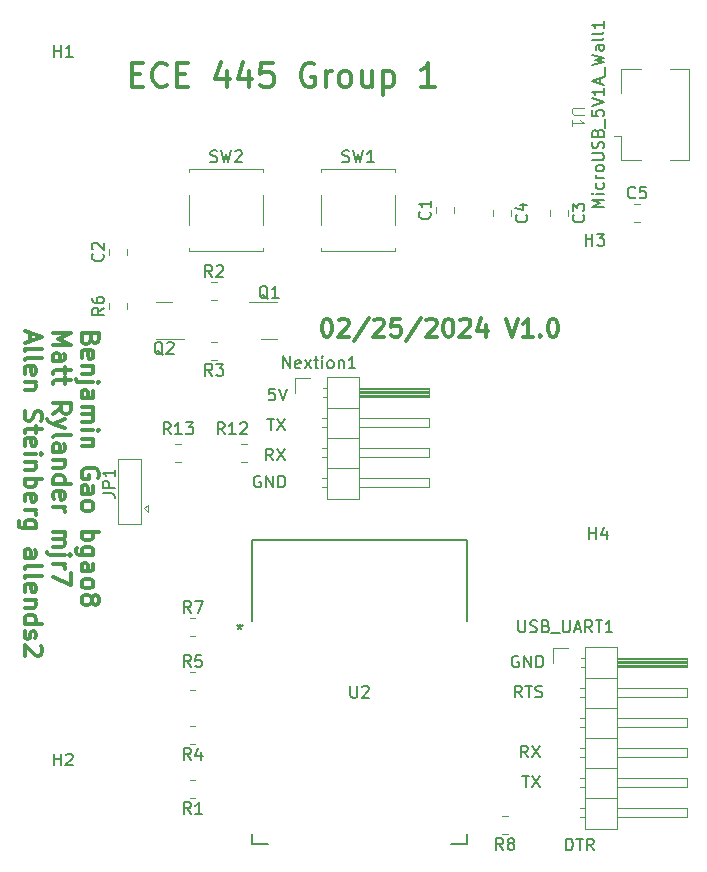
<source format=gbr>
%TF.GenerationSoftware,KiCad,Pcbnew,7.0.10*%
%TF.CreationDate,2024-02-25T15:08:51-06:00*%
%TF.ProjectId,ESP32,45535033-322e-46b6-9963-61645f706362,rev?*%
%TF.SameCoordinates,Original*%
%TF.FileFunction,Legend,Top*%
%TF.FilePolarity,Positive*%
%FSLAX46Y46*%
G04 Gerber Fmt 4.6, Leading zero omitted, Abs format (unit mm)*
G04 Created by KiCad (PCBNEW 7.0.10) date 2024-02-25 15:08:51*
%MOMM*%
%LPD*%
G01*
G04 APERTURE LIST*
%ADD10C,0.150000*%
%ADD11C,0.300000*%
%ADD12C,0.100000*%
%ADD13C,0.120000*%
%ADD14C,0.152400*%
G04 APERTURE END LIST*
D10*
X94888207Y-73021819D02*
X94554874Y-72545628D01*
X94316779Y-73021819D02*
X94316779Y-72021819D01*
X94316779Y-72021819D02*
X94697731Y-72021819D01*
X94697731Y-72021819D02*
X94792969Y-72069438D01*
X94792969Y-72069438D02*
X94840588Y-72117057D01*
X94840588Y-72117057D02*
X94888207Y-72212295D01*
X94888207Y-72212295D02*
X94888207Y-72355152D01*
X94888207Y-72355152D02*
X94840588Y-72450390D01*
X94840588Y-72450390D02*
X94792969Y-72498009D01*
X94792969Y-72498009D02*
X94697731Y-72545628D01*
X94697731Y-72545628D02*
X94316779Y-72545628D01*
X95221541Y-72021819D02*
X95888207Y-73021819D01*
X95888207Y-72021819D02*
X95221541Y-73021819D01*
X94427922Y-69481819D02*
X94999350Y-69481819D01*
X94713636Y-70481819D02*
X94713636Y-69481819D01*
X95237446Y-69481819D02*
X95904112Y-70481819D01*
X95904112Y-69481819D02*
X95237446Y-70481819D01*
X119716779Y-106041819D02*
X119716779Y-105041819D01*
X119716779Y-105041819D02*
X119954874Y-105041819D01*
X119954874Y-105041819D02*
X120097731Y-105089438D01*
X120097731Y-105089438D02*
X120192969Y-105184676D01*
X120192969Y-105184676D02*
X120240588Y-105279914D01*
X120240588Y-105279914D02*
X120288207Y-105470390D01*
X120288207Y-105470390D02*
X120288207Y-105613247D01*
X120288207Y-105613247D02*
X120240588Y-105803723D01*
X120240588Y-105803723D02*
X120192969Y-105898961D01*
X120192969Y-105898961D02*
X120097731Y-105994200D01*
X120097731Y-105994200D02*
X119954874Y-106041819D01*
X119954874Y-106041819D02*
X119716779Y-106041819D01*
X120573922Y-105041819D02*
X121145350Y-105041819D01*
X120859636Y-106041819D02*
X120859636Y-105041819D01*
X122050112Y-106041819D02*
X121716779Y-105565628D01*
X121478684Y-106041819D02*
X121478684Y-105041819D01*
X121478684Y-105041819D02*
X121859636Y-105041819D01*
X121859636Y-105041819D02*
X121954874Y-105089438D01*
X121954874Y-105089438D02*
X122002493Y-105137057D01*
X122002493Y-105137057D02*
X122050112Y-105232295D01*
X122050112Y-105232295D02*
X122050112Y-105375152D01*
X122050112Y-105375152D02*
X122002493Y-105470390D01*
X122002493Y-105470390D02*
X121954874Y-105518009D01*
X121954874Y-105518009D02*
X121859636Y-105565628D01*
X121859636Y-105565628D02*
X121478684Y-105565628D01*
X116017922Y-99707819D02*
X116589350Y-99707819D01*
X116303636Y-100707819D02*
X116303636Y-99707819D01*
X116827446Y-99707819D02*
X117494112Y-100707819D01*
X117494112Y-99707819D02*
X116827446Y-100707819D01*
X116478207Y-98167819D02*
X116144874Y-97691628D01*
X115906779Y-98167819D02*
X115906779Y-97167819D01*
X115906779Y-97167819D02*
X116287731Y-97167819D01*
X116287731Y-97167819D02*
X116382969Y-97215438D01*
X116382969Y-97215438D02*
X116430588Y-97263057D01*
X116430588Y-97263057D02*
X116478207Y-97358295D01*
X116478207Y-97358295D02*
X116478207Y-97501152D01*
X116478207Y-97501152D02*
X116430588Y-97596390D01*
X116430588Y-97596390D02*
X116382969Y-97644009D01*
X116382969Y-97644009D02*
X116287731Y-97691628D01*
X116287731Y-97691628D02*
X115906779Y-97691628D01*
X116811541Y-97167819D02*
X117478207Y-98167819D01*
X117478207Y-97167819D02*
X116811541Y-98167819D01*
X115970207Y-93087819D02*
X115636874Y-92611628D01*
X115398779Y-93087819D02*
X115398779Y-92087819D01*
X115398779Y-92087819D02*
X115779731Y-92087819D01*
X115779731Y-92087819D02*
X115874969Y-92135438D01*
X115874969Y-92135438D02*
X115922588Y-92183057D01*
X115922588Y-92183057D02*
X115970207Y-92278295D01*
X115970207Y-92278295D02*
X115970207Y-92421152D01*
X115970207Y-92421152D02*
X115922588Y-92516390D01*
X115922588Y-92516390D02*
X115874969Y-92564009D01*
X115874969Y-92564009D02*
X115779731Y-92611628D01*
X115779731Y-92611628D02*
X115398779Y-92611628D01*
X116255922Y-92087819D02*
X116827350Y-92087819D01*
X116541636Y-93087819D02*
X116541636Y-92087819D01*
X117113065Y-93040200D02*
X117255922Y-93087819D01*
X117255922Y-93087819D02*
X117494017Y-93087819D01*
X117494017Y-93087819D02*
X117589255Y-93040200D01*
X117589255Y-93040200D02*
X117636874Y-92992580D01*
X117636874Y-92992580D02*
X117684493Y-92897342D01*
X117684493Y-92897342D02*
X117684493Y-92802104D01*
X117684493Y-92802104D02*
X117636874Y-92706866D01*
X117636874Y-92706866D02*
X117589255Y-92659247D01*
X117589255Y-92659247D02*
X117494017Y-92611628D01*
X117494017Y-92611628D02*
X117303541Y-92564009D01*
X117303541Y-92564009D02*
X117208303Y-92516390D01*
X117208303Y-92516390D02*
X117160684Y-92468771D01*
X117160684Y-92468771D02*
X117113065Y-92373533D01*
X117113065Y-92373533D02*
X117113065Y-92278295D01*
X117113065Y-92278295D02*
X117160684Y-92183057D01*
X117160684Y-92183057D02*
X117208303Y-92135438D01*
X117208303Y-92135438D02*
X117303541Y-92087819D01*
X117303541Y-92087819D02*
X117541636Y-92087819D01*
X117541636Y-92087819D02*
X117684493Y-92135438D01*
X115668588Y-89595438D02*
X115573350Y-89547819D01*
X115573350Y-89547819D02*
X115430493Y-89547819D01*
X115430493Y-89547819D02*
X115287636Y-89595438D01*
X115287636Y-89595438D02*
X115192398Y-89690676D01*
X115192398Y-89690676D02*
X115144779Y-89785914D01*
X115144779Y-89785914D02*
X115097160Y-89976390D01*
X115097160Y-89976390D02*
X115097160Y-90119247D01*
X115097160Y-90119247D02*
X115144779Y-90309723D01*
X115144779Y-90309723D02*
X115192398Y-90404961D01*
X115192398Y-90404961D02*
X115287636Y-90500200D01*
X115287636Y-90500200D02*
X115430493Y-90547819D01*
X115430493Y-90547819D02*
X115525731Y-90547819D01*
X115525731Y-90547819D02*
X115668588Y-90500200D01*
X115668588Y-90500200D02*
X115716207Y-90452580D01*
X115716207Y-90452580D02*
X115716207Y-90119247D01*
X115716207Y-90119247D02*
X115525731Y-90119247D01*
X116144779Y-90547819D02*
X116144779Y-89547819D01*
X116144779Y-89547819D02*
X116716207Y-90547819D01*
X116716207Y-90547819D02*
X116716207Y-89547819D01*
X117192398Y-90547819D02*
X117192398Y-89547819D01*
X117192398Y-89547819D02*
X117430493Y-89547819D01*
X117430493Y-89547819D02*
X117573350Y-89595438D01*
X117573350Y-89595438D02*
X117668588Y-89690676D01*
X117668588Y-89690676D02*
X117716207Y-89785914D01*
X117716207Y-89785914D02*
X117763826Y-89976390D01*
X117763826Y-89976390D02*
X117763826Y-90119247D01*
X117763826Y-90119247D02*
X117716207Y-90309723D01*
X117716207Y-90309723D02*
X117668588Y-90404961D01*
X117668588Y-90404961D02*
X117573350Y-90500200D01*
X117573350Y-90500200D02*
X117430493Y-90547819D01*
X117430493Y-90547819D02*
X117192398Y-90547819D01*
X93824588Y-74355438D02*
X93729350Y-74307819D01*
X93729350Y-74307819D02*
X93586493Y-74307819D01*
X93586493Y-74307819D02*
X93443636Y-74355438D01*
X93443636Y-74355438D02*
X93348398Y-74450676D01*
X93348398Y-74450676D02*
X93300779Y-74545914D01*
X93300779Y-74545914D02*
X93253160Y-74736390D01*
X93253160Y-74736390D02*
X93253160Y-74879247D01*
X93253160Y-74879247D02*
X93300779Y-75069723D01*
X93300779Y-75069723D02*
X93348398Y-75164961D01*
X93348398Y-75164961D02*
X93443636Y-75260200D01*
X93443636Y-75260200D02*
X93586493Y-75307819D01*
X93586493Y-75307819D02*
X93681731Y-75307819D01*
X93681731Y-75307819D02*
X93824588Y-75260200D01*
X93824588Y-75260200D02*
X93872207Y-75212580D01*
X93872207Y-75212580D02*
X93872207Y-74879247D01*
X93872207Y-74879247D02*
X93681731Y-74879247D01*
X94300779Y-75307819D02*
X94300779Y-74307819D01*
X94300779Y-74307819D02*
X94872207Y-75307819D01*
X94872207Y-75307819D02*
X94872207Y-74307819D01*
X95348398Y-75307819D02*
X95348398Y-74307819D01*
X95348398Y-74307819D02*
X95586493Y-74307819D01*
X95586493Y-74307819D02*
X95729350Y-74355438D01*
X95729350Y-74355438D02*
X95824588Y-74450676D01*
X95824588Y-74450676D02*
X95872207Y-74545914D01*
X95872207Y-74545914D02*
X95919826Y-74736390D01*
X95919826Y-74736390D02*
X95919826Y-74879247D01*
X95919826Y-74879247D02*
X95872207Y-75069723D01*
X95872207Y-75069723D02*
X95824588Y-75164961D01*
X95824588Y-75164961D02*
X95729350Y-75260200D01*
X95729350Y-75260200D02*
X95586493Y-75307819D01*
X95586493Y-75307819D02*
X95348398Y-75307819D01*
X95046969Y-66941819D02*
X94570779Y-66941819D01*
X94570779Y-66941819D02*
X94523160Y-67418009D01*
X94523160Y-67418009D02*
X94570779Y-67370390D01*
X94570779Y-67370390D02*
X94666017Y-67322771D01*
X94666017Y-67322771D02*
X94904112Y-67322771D01*
X94904112Y-67322771D02*
X94999350Y-67370390D01*
X94999350Y-67370390D02*
X95046969Y-67418009D01*
X95046969Y-67418009D02*
X95094588Y-67513247D01*
X95094588Y-67513247D02*
X95094588Y-67751342D01*
X95094588Y-67751342D02*
X95046969Y-67846580D01*
X95046969Y-67846580D02*
X94999350Y-67894200D01*
X94999350Y-67894200D02*
X94904112Y-67941819D01*
X94904112Y-67941819D02*
X94666017Y-67941819D01*
X94666017Y-67941819D02*
X94570779Y-67894200D01*
X94570779Y-67894200D02*
X94523160Y-67846580D01*
X95380303Y-66941819D02*
X95713636Y-67941819D01*
X95713636Y-67941819D02*
X96046969Y-66941819D01*
D11*
X99392225Y-61038828D02*
X99535082Y-61038828D01*
X99535082Y-61038828D02*
X99677939Y-61110257D01*
X99677939Y-61110257D02*
X99749368Y-61181685D01*
X99749368Y-61181685D02*
X99820796Y-61324542D01*
X99820796Y-61324542D02*
X99892225Y-61610257D01*
X99892225Y-61610257D02*
X99892225Y-61967400D01*
X99892225Y-61967400D02*
X99820796Y-62253114D01*
X99820796Y-62253114D02*
X99749368Y-62395971D01*
X99749368Y-62395971D02*
X99677939Y-62467400D01*
X99677939Y-62467400D02*
X99535082Y-62538828D01*
X99535082Y-62538828D02*
X99392225Y-62538828D01*
X99392225Y-62538828D02*
X99249368Y-62467400D01*
X99249368Y-62467400D02*
X99177939Y-62395971D01*
X99177939Y-62395971D02*
X99106510Y-62253114D01*
X99106510Y-62253114D02*
X99035082Y-61967400D01*
X99035082Y-61967400D02*
X99035082Y-61610257D01*
X99035082Y-61610257D02*
X99106510Y-61324542D01*
X99106510Y-61324542D02*
X99177939Y-61181685D01*
X99177939Y-61181685D02*
X99249368Y-61110257D01*
X99249368Y-61110257D02*
X99392225Y-61038828D01*
X100463653Y-61181685D02*
X100535081Y-61110257D01*
X100535081Y-61110257D02*
X100677939Y-61038828D01*
X100677939Y-61038828D02*
X101035081Y-61038828D01*
X101035081Y-61038828D02*
X101177939Y-61110257D01*
X101177939Y-61110257D02*
X101249367Y-61181685D01*
X101249367Y-61181685D02*
X101320796Y-61324542D01*
X101320796Y-61324542D02*
X101320796Y-61467400D01*
X101320796Y-61467400D02*
X101249367Y-61681685D01*
X101249367Y-61681685D02*
X100392224Y-62538828D01*
X100392224Y-62538828D02*
X101320796Y-62538828D01*
X103035081Y-60967400D02*
X101749367Y-62895971D01*
X103463653Y-61181685D02*
X103535081Y-61110257D01*
X103535081Y-61110257D02*
X103677939Y-61038828D01*
X103677939Y-61038828D02*
X104035081Y-61038828D01*
X104035081Y-61038828D02*
X104177939Y-61110257D01*
X104177939Y-61110257D02*
X104249367Y-61181685D01*
X104249367Y-61181685D02*
X104320796Y-61324542D01*
X104320796Y-61324542D02*
X104320796Y-61467400D01*
X104320796Y-61467400D02*
X104249367Y-61681685D01*
X104249367Y-61681685D02*
X103392224Y-62538828D01*
X103392224Y-62538828D02*
X104320796Y-62538828D01*
X105677938Y-61038828D02*
X104963652Y-61038828D01*
X104963652Y-61038828D02*
X104892224Y-61753114D01*
X104892224Y-61753114D02*
X104963652Y-61681685D01*
X104963652Y-61681685D02*
X105106510Y-61610257D01*
X105106510Y-61610257D02*
X105463652Y-61610257D01*
X105463652Y-61610257D02*
X105606510Y-61681685D01*
X105606510Y-61681685D02*
X105677938Y-61753114D01*
X105677938Y-61753114D02*
X105749367Y-61895971D01*
X105749367Y-61895971D02*
X105749367Y-62253114D01*
X105749367Y-62253114D02*
X105677938Y-62395971D01*
X105677938Y-62395971D02*
X105606510Y-62467400D01*
X105606510Y-62467400D02*
X105463652Y-62538828D01*
X105463652Y-62538828D02*
X105106510Y-62538828D01*
X105106510Y-62538828D02*
X104963652Y-62467400D01*
X104963652Y-62467400D02*
X104892224Y-62395971D01*
X107463652Y-60967400D02*
X106177938Y-62895971D01*
X107892224Y-61181685D02*
X107963652Y-61110257D01*
X107963652Y-61110257D02*
X108106510Y-61038828D01*
X108106510Y-61038828D02*
X108463652Y-61038828D01*
X108463652Y-61038828D02*
X108606510Y-61110257D01*
X108606510Y-61110257D02*
X108677938Y-61181685D01*
X108677938Y-61181685D02*
X108749367Y-61324542D01*
X108749367Y-61324542D02*
X108749367Y-61467400D01*
X108749367Y-61467400D02*
X108677938Y-61681685D01*
X108677938Y-61681685D02*
X107820795Y-62538828D01*
X107820795Y-62538828D02*
X108749367Y-62538828D01*
X109677938Y-61038828D02*
X109820795Y-61038828D01*
X109820795Y-61038828D02*
X109963652Y-61110257D01*
X109963652Y-61110257D02*
X110035081Y-61181685D01*
X110035081Y-61181685D02*
X110106509Y-61324542D01*
X110106509Y-61324542D02*
X110177938Y-61610257D01*
X110177938Y-61610257D02*
X110177938Y-61967400D01*
X110177938Y-61967400D02*
X110106509Y-62253114D01*
X110106509Y-62253114D02*
X110035081Y-62395971D01*
X110035081Y-62395971D02*
X109963652Y-62467400D01*
X109963652Y-62467400D02*
X109820795Y-62538828D01*
X109820795Y-62538828D02*
X109677938Y-62538828D01*
X109677938Y-62538828D02*
X109535081Y-62467400D01*
X109535081Y-62467400D02*
X109463652Y-62395971D01*
X109463652Y-62395971D02*
X109392223Y-62253114D01*
X109392223Y-62253114D02*
X109320795Y-61967400D01*
X109320795Y-61967400D02*
X109320795Y-61610257D01*
X109320795Y-61610257D02*
X109392223Y-61324542D01*
X109392223Y-61324542D02*
X109463652Y-61181685D01*
X109463652Y-61181685D02*
X109535081Y-61110257D01*
X109535081Y-61110257D02*
X109677938Y-61038828D01*
X110749366Y-61181685D02*
X110820794Y-61110257D01*
X110820794Y-61110257D02*
X110963652Y-61038828D01*
X110963652Y-61038828D02*
X111320794Y-61038828D01*
X111320794Y-61038828D02*
X111463652Y-61110257D01*
X111463652Y-61110257D02*
X111535080Y-61181685D01*
X111535080Y-61181685D02*
X111606509Y-61324542D01*
X111606509Y-61324542D02*
X111606509Y-61467400D01*
X111606509Y-61467400D02*
X111535080Y-61681685D01*
X111535080Y-61681685D02*
X110677937Y-62538828D01*
X110677937Y-62538828D02*
X111606509Y-62538828D01*
X112892223Y-61538828D02*
X112892223Y-62538828D01*
X112535080Y-60967400D02*
X112177937Y-62038828D01*
X112177937Y-62038828D02*
X113106508Y-62038828D01*
X114606508Y-61038828D02*
X115106508Y-62538828D01*
X115106508Y-62538828D02*
X115606508Y-61038828D01*
X116892222Y-62538828D02*
X116035079Y-62538828D01*
X116463650Y-62538828D02*
X116463650Y-61038828D01*
X116463650Y-61038828D02*
X116320793Y-61253114D01*
X116320793Y-61253114D02*
X116177936Y-61395971D01*
X116177936Y-61395971D02*
X116035079Y-61467400D01*
X117535078Y-62395971D02*
X117606507Y-62467400D01*
X117606507Y-62467400D02*
X117535078Y-62538828D01*
X117535078Y-62538828D02*
X117463650Y-62467400D01*
X117463650Y-62467400D02*
X117535078Y-62395971D01*
X117535078Y-62395971D02*
X117535078Y-62538828D01*
X118535079Y-61038828D02*
X118677936Y-61038828D01*
X118677936Y-61038828D02*
X118820793Y-61110257D01*
X118820793Y-61110257D02*
X118892222Y-61181685D01*
X118892222Y-61181685D02*
X118963650Y-61324542D01*
X118963650Y-61324542D02*
X119035079Y-61610257D01*
X119035079Y-61610257D02*
X119035079Y-61967400D01*
X119035079Y-61967400D02*
X118963650Y-62253114D01*
X118963650Y-62253114D02*
X118892222Y-62395971D01*
X118892222Y-62395971D02*
X118820793Y-62467400D01*
X118820793Y-62467400D02*
X118677936Y-62538828D01*
X118677936Y-62538828D02*
X118535079Y-62538828D01*
X118535079Y-62538828D02*
X118392222Y-62467400D01*
X118392222Y-62467400D02*
X118320793Y-62395971D01*
X118320793Y-62395971D02*
X118249364Y-62253114D01*
X118249364Y-62253114D02*
X118177936Y-61967400D01*
X118177936Y-61967400D02*
X118177936Y-61610257D01*
X118177936Y-61610257D02*
X118249364Y-61324542D01*
X118249364Y-61324542D02*
X118320793Y-61181685D01*
X118320793Y-61181685D02*
X118392222Y-61110257D01*
X118392222Y-61110257D02*
X118535079Y-61038828D01*
X79474885Y-62776510D02*
X79403457Y-62990796D01*
X79403457Y-62990796D02*
X79332028Y-63062225D01*
X79332028Y-63062225D02*
X79189171Y-63133653D01*
X79189171Y-63133653D02*
X78974885Y-63133653D01*
X78974885Y-63133653D02*
X78832028Y-63062225D01*
X78832028Y-63062225D02*
X78760600Y-62990796D01*
X78760600Y-62990796D02*
X78689171Y-62847939D01*
X78689171Y-62847939D02*
X78689171Y-62276510D01*
X78689171Y-62276510D02*
X80189171Y-62276510D01*
X80189171Y-62276510D02*
X80189171Y-62776510D01*
X80189171Y-62776510D02*
X80117742Y-62919368D01*
X80117742Y-62919368D02*
X80046314Y-62990796D01*
X80046314Y-62990796D02*
X79903457Y-63062225D01*
X79903457Y-63062225D02*
X79760600Y-63062225D01*
X79760600Y-63062225D02*
X79617742Y-62990796D01*
X79617742Y-62990796D02*
X79546314Y-62919368D01*
X79546314Y-62919368D02*
X79474885Y-62776510D01*
X79474885Y-62776510D02*
X79474885Y-62276510D01*
X78760600Y-64347939D02*
X78689171Y-64205082D01*
X78689171Y-64205082D02*
X78689171Y-63919368D01*
X78689171Y-63919368D02*
X78760600Y-63776510D01*
X78760600Y-63776510D02*
X78903457Y-63705082D01*
X78903457Y-63705082D02*
X79474885Y-63705082D01*
X79474885Y-63705082D02*
X79617742Y-63776510D01*
X79617742Y-63776510D02*
X79689171Y-63919368D01*
X79689171Y-63919368D02*
X79689171Y-64205082D01*
X79689171Y-64205082D02*
X79617742Y-64347939D01*
X79617742Y-64347939D02*
X79474885Y-64419368D01*
X79474885Y-64419368D02*
X79332028Y-64419368D01*
X79332028Y-64419368D02*
X79189171Y-63705082D01*
X79689171Y-65062224D02*
X78689171Y-65062224D01*
X79546314Y-65062224D02*
X79617742Y-65133653D01*
X79617742Y-65133653D02*
X79689171Y-65276510D01*
X79689171Y-65276510D02*
X79689171Y-65490796D01*
X79689171Y-65490796D02*
X79617742Y-65633653D01*
X79617742Y-65633653D02*
X79474885Y-65705082D01*
X79474885Y-65705082D02*
X78689171Y-65705082D01*
X79689171Y-66419367D02*
X78403457Y-66419367D01*
X78403457Y-66419367D02*
X78260600Y-66347939D01*
X78260600Y-66347939D02*
X78189171Y-66205082D01*
X78189171Y-66205082D02*
X78189171Y-66133653D01*
X80189171Y-66419367D02*
X80117742Y-66347939D01*
X80117742Y-66347939D02*
X80046314Y-66419367D01*
X80046314Y-66419367D02*
X80117742Y-66490796D01*
X80117742Y-66490796D02*
X80189171Y-66419367D01*
X80189171Y-66419367D02*
X80046314Y-66419367D01*
X78689171Y-67776511D02*
X79474885Y-67776511D01*
X79474885Y-67776511D02*
X79617742Y-67705082D01*
X79617742Y-67705082D02*
X79689171Y-67562225D01*
X79689171Y-67562225D02*
X79689171Y-67276511D01*
X79689171Y-67276511D02*
X79617742Y-67133653D01*
X78760600Y-67776511D02*
X78689171Y-67633653D01*
X78689171Y-67633653D02*
X78689171Y-67276511D01*
X78689171Y-67276511D02*
X78760600Y-67133653D01*
X78760600Y-67133653D02*
X78903457Y-67062225D01*
X78903457Y-67062225D02*
X79046314Y-67062225D01*
X79046314Y-67062225D02*
X79189171Y-67133653D01*
X79189171Y-67133653D02*
X79260600Y-67276511D01*
X79260600Y-67276511D02*
X79260600Y-67633653D01*
X79260600Y-67633653D02*
X79332028Y-67776511D01*
X78689171Y-68490796D02*
X79689171Y-68490796D01*
X79546314Y-68490796D02*
X79617742Y-68562225D01*
X79617742Y-68562225D02*
X79689171Y-68705082D01*
X79689171Y-68705082D02*
X79689171Y-68919368D01*
X79689171Y-68919368D02*
X79617742Y-69062225D01*
X79617742Y-69062225D02*
X79474885Y-69133654D01*
X79474885Y-69133654D02*
X78689171Y-69133654D01*
X79474885Y-69133654D02*
X79617742Y-69205082D01*
X79617742Y-69205082D02*
X79689171Y-69347939D01*
X79689171Y-69347939D02*
X79689171Y-69562225D01*
X79689171Y-69562225D02*
X79617742Y-69705082D01*
X79617742Y-69705082D02*
X79474885Y-69776511D01*
X79474885Y-69776511D02*
X78689171Y-69776511D01*
X78689171Y-70490796D02*
X79689171Y-70490796D01*
X80189171Y-70490796D02*
X80117742Y-70419368D01*
X80117742Y-70419368D02*
X80046314Y-70490796D01*
X80046314Y-70490796D02*
X80117742Y-70562225D01*
X80117742Y-70562225D02*
X80189171Y-70490796D01*
X80189171Y-70490796D02*
X80046314Y-70490796D01*
X79689171Y-71205082D02*
X78689171Y-71205082D01*
X79546314Y-71205082D02*
X79617742Y-71276511D01*
X79617742Y-71276511D02*
X79689171Y-71419368D01*
X79689171Y-71419368D02*
X79689171Y-71633654D01*
X79689171Y-71633654D02*
X79617742Y-71776511D01*
X79617742Y-71776511D02*
X79474885Y-71847940D01*
X79474885Y-71847940D02*
X78689171Y-71847940D01*
X80117742Y-74490797D02*
X80189171Y-74347940D01*
X80189171Y-74347940D02*
X80189171Y-74133654D01*
X80189171Y-74133654D02*
X80117742Y-73919368D01*
X80117742Y-73919368D02*
X79974885Y-73776511D01*
X79974885Y-73776511D02*
X79832028Y-73705082D01*
X79832028Y-73705082D02*
X79546314Y-73633654D01*
X79546314Y-73633654D02*
X79332028Y-73633654D01*
X79332028Y-73633654D02*
X79046314Y-73705082D01*
X79046314Y-73705082D02*
X78903457Y-73776511D01*
X78903457Y-73776511D02*
X78760600Y-73919368D01*
X78760600Y-73919368D02*
X78689171Y-74133654D01*
X78689171Y-74133654D02*
X78689171Y-74276511D01*
X78689171Y-74276511D02*
X78760600Y-74490797D01*
X78760600Y-74490797D02*
X78832028Y-74562225D01*
X78832028Y-74562225D02*
X79332028Y-74562225D01*
X79332028Y-74562225D02*
X79332028Y-74276511D01*
X78689171Y-75847940D02*
X79474885Y-75847940D01*
X79474885Y-75847940D02*
X79617742Y-75776511D01*
X79617742Y-75776511D02*
X79689171Y-75633654D01*
X79689171Y-75633654D02*
X79689171Y-75347940D01*
X79689171Y-75347940D02*
X79617742Y-75205082D01*
X78760600Y-75847940D02*
X78689171Y-75705082D01*
X78689171Y-75705082D02*
X78689171Y-75347940D01*
X78689171Y-75347940D02*
X78760600Y-75205082D01*
X78760600Y-75205082D02*
X78903457Y-75133654D01*
X78903457Y-75133654D02*
X79046314Y-75133654D01*
X79046314Y-75133654D02*
X79189171Y-75205082D01*
X79189171Y-75205082D02*
X79260600Y-75347940D01*
X79260600Y-75347940D02*
X79260600Y-75705082D01*
X79260600Y-75705082D02*
X79332028Y-75847940D01*
X78689171Y-76776511D02*
X78760600Y-76633654D01*
X78760600Y-76633654D02*
X78832028Y-76562225D01*
X78832028Y-76562225D02*
X78974885Y-76490797D01*
X78974885Y-76490797D02*
X79403457Y-76490797D01*
X79403457Y-76490797D02*
X79546314Y-76562225D01*
X79546314Y-76562225D02*
X79617742Y-76633654D01*
X79617742Y-76633654D02*
X79689171Y-76776511D01*
X79689171Y-76776511D02*
X79689171Y-76990797D01*
X79689171Y-76990797D02*
X79617742Y-77133654D01*
X79617742Y-77133654D02*
X79546314Y-77205083D01*
X79546314Y-77205083D02*
X79403457Y-77276511D01*
X79403457Y-77276511D02*
X78974885Y-77276511D01*
X78974885Y-77276511D02*
X78832028Y-77205083D01*
X78832028Y-77205083D02*
X78760600Y-77133654D01*
X78760600Y-77133654D02*
X78689171Y-76990797D01*
X78689171Y-76990797D02*
X78689171Y-76776511D01*
X78689171Y-79062225D02*
X80189171Y-79062225D01*
X79617742Y-79062225D02*
X79689171Y-79205083D01*
X79689171Y-79205083D02*
X79689171Y-79490797D01*
X79689171Y-79490797D02*
X79617742Y-79633654D01*
X79617742Y-79633654D02*
X79546314Y-79705083D01*
X79546314Y-79705083D02*
X79403457Y-79776511D01*
X79403457Y-79776511D02*
X78974885Y-79776511D01*
X78974885Y-79776511D02*
X78832028Y-79705083D01*
X78832028Y-79705083D02*
X78760600Y-79633654D01*
X78760600Y-79633654D02*
X78689171Y-79490797D01*
X78689171Y-79490797D02*
X78689171Y-79205083D01*
X78689171Y-79205083D02*
X78760600Y-79062225D01*
X79689171Y-81062226D02*
X78474885Y-81062226D01*
X78474885Y-81062226D02*
X78332028Y-80990797D01*
X78332028Y-80990797D02*
X78260600Y-80919368D01*
X78260600Y-80919368D02*
X78189171Y-80776511D01*
X78189171Y-80776511D02*
X78189171Y-80562226D01*
X78189171Y-80562226D02*
X78260600Y-80419368D01*
X78760600Y-81062226D02*
X78689171Y-80919368D01*
X78689171Y-80919368D02*
X78689171Y-80633654D01*
X78689171Y-80633654D02*
X78760600Y-80490797D01*
X78760600Y-80490797D02*
X78832028Y-80419368D01*
X78832028Y-80419368D02*
X78974885Y-80347940D01*
X78974885Y-80347940D02*
X79403457Y-80347940D01*
X79403457Y-80347940D02*
X79546314Y-80419368D01*
X79546314Y-80419368D02*
X79617742Y-80490797D01*
X79617742Y-80490797D02*
X79689171Y-80633654D01*
X79689171Y-80633654D02*
X79689171Y-80919368D01*
X79689171Y-80919368D02*
X79617742Y-81062226D01*
X78689171Y-82419369D02*
X79474885Y-82419369D01*
X79474885Y-82419369D02*
X79617742Y-82347940D01*
X79617742Y-82347940D02*
X79689171Y-82205083D01*
X79689171Y-82205083D02*
X79689171Y-81919369D01*
X79689171Y-81919369D02*
X79617742Y-81776511D01*
X78760600Y-82419369D02*
X78689171Y-82276511D01*
X78689171Y-82276511D02*
X78689171Y-81919369D01*
X78689171Y-81919369D02*
X78760600Y-81776511D01*
X78760600Y-81776511D02*
X78903457Y-81705083D01*
X78903457Y-81705083D02*
X79046314Y-81705083D01*
X79046314Y-81705083D02*
X79189171Y-81776511D01*
X79189171Y-81776511D02*
X79260600Y-81919369D01*
X79260600Y-81919369D02*
X79260600Y-82276511D01*
X79260600Y-82276511D02*
X79332028Y-82419369D01*
X78689171Y-83347940D02*
X78760600Y-83205083D01*
X78760600Y-83205083D02*
X78832028Y-83133654D01*
X78832028Y-83133654D02*
X78974885Y-83062226D01*
X78974885Y-83062226D02*
X79403457Y-83062226D01*
X79403457Y-83062226D02*
X79546314Y-83133654D01*
X79546314Y-83133654D02*
X79617742Y-83205083D01*
X79617742Y-83205083D02*
X79689171Y-83347940D01*
X79689171Y-83347940D02*
X79689171Y-83562226D01*
X79689171Y-83562226D02*
X79617742Y-83705083D01*
X79617742Y-83705083D02*
X79546314Y-83776512D01*
X79546314Y-83776512D02*
X79403457Y-83847940D01*
X79403457Y-83847940D02*
X78974885Y-83847940D01*
X78974885Y-83847940D02*
X78832028Y-83776512D01*
X78832028Y-83776512D02*
X78760600Y-83705083D01*
X78760600Y-83705083D02*
X78689171Y-83562226D01*
X78689171Y-83562226D02*
X78689171Y-83347940D01*
X79546314Y-84705083D02*
X79617742Y-84562226D01*
X79617742Y-84562226D02*
X79689171Y-84490797D01*
X79689171Y-84490797D02*
X79832028Y-84419369D01*
X79832028Y-84419369D02*
X79903457Y-84419369D01*
X79903457Y-84419369D02*
X80046314Y-84490797D01*
X80046314Y-84490797D02*
X80117742Y-84562226D01*
X80117742Y-84562226D02*
X80189171Y-84705083D01*
X80189171Y-84705083D02*
X80189171Y-84990797D01*
X80189171Y-84990797D02*
X80117742Y-85133655D01*
X80117742Y-85133655D02*
X80046314Y-85205083D01*
X80046314Y-85205083D02*
X79903457Y-85276512D01*
X79903457Y-85276512D02*
X79832028Y-85276512D01*
X79832028Y-85276512D02*
X79689171Y-85205083D01*
X79689171Y-85205083D02*
X79617742Y-85133655D01*
X79617742Y-85133655D02*
X79546314Y-84990797D01*
X79546314Y-84990797D02*
X79546314Y-84705083D01*
X79546314Y-84705083D02*
X79474885Y-84562226D01*
X79474885Y-84562226D02*
X79403457Y-84490797D01*
X79403457Y-84490797D02*
X79260600Y-84419369D01*
X79260600Y-84419369D02*
X78974885Y-84419369D01*
X78974885Y-84419369D02*
X78832028Y-84490797D01*
X78832028Y-84490797D02*
X78760600Y-84562226D01*
X78760600Y-84562226D02*
X78689171Y-84705083D01*
X78689171Y-84705083D02*
X78689171Y-84990797D01*
X78689171Y-84990797D02*
X78760600Y-85133655D01*
X78760600Y-85133655D02*
X78832028Y-85205083D01*
X78832028Y-85205083D02*
X78974885Y-85276512D01*
X78974885Y-85276512D02*
X79260600Y-85276512D01*
X79260600Y-85276512D02*
X79403457Y-85205083D01*
X79403457Y-85205083D02*
X79474885Y-85133655D01*
X79474885Y-85133655D02*
X79546314Y-84990797D01*
X76274171Y-62276510D02*
X77774171Y-62276510D01*
X77774171Y-62276510D02*
X76702742Y-62776510D01*
X76702742Y-62776510D02*
X77774171Y-63276510D01*
X77774171Y-63276510D02*
X76274171Y-63276510D01*
X76274171Y-64633654D02*
X77059885Y-64633654D01*
X77059885Y-64633654D02*
X77202742Y-64562225D01*
X77202742Y-64562225D02*
X77274171Y-64419368D01*
X77274171Y-64419368D02*
X77274171Y-64133654D01*
X77274171Y-64133654D02*
X77202742Y-63990796D01*
X76345600Y-64633654D02*
X76274171Y-64490796D01*
X76274171Y-64490796D02*
X76274171Y-64133654D01*
X76274171Y-64133654D02*
X76345600Y-63990796D01*
X76345600Y-63990796D02*
X76488457Y-63919368D01*
X76488457Y-63919368D02*
X76631314Y-63919368D01*
X76631314Y-63919368D02*
X76774171Y-63990796D01*
X76774171Y-63990796D02*
X76845600Y-64133654D01*
X76845600Y-64133654D02*
X76845600Y-64490796D01*
X76845600Y-64490796D02*
X76917028Y-64633654D01*
X77274171Y-65133654D02*
X77274171Y-65705082D01*
X77774171Y-65347939D02*
X76488457Y-65347939D01*
X76488457Y-65347939D02*
X76345600Y-65419368D01*
X76345600Y-65419368D02*
X76274171Y-65562225D01*
X76274171Y-65562225D02*
X76274171Y-65705082D01*
X77274171Y-65990797D02*
X77274171Y-66562225D01*
X77774171Y-66205082D02*
X76488457Y-66205082D01*
X76488457Y-66205082D02*
X76345600Y-66276511D01*
X76345600Y-66276511D02*
X76274171Y-66419368D01*
X76274171Y-66419368D02*
X76274171Y-66562225D01*
X76274171Y-69062225D02*
X76988457Y-68562225D01*
X76274171Y-68205082D02*
X77774171Y-68205082D01*
X77774171Y-68205082D02*
X77774171Y-68776511D01*
X77774171Y-68776511D02*
X77702742Y-68919368D01*
X77702742Y-68919368D02*
X77631314Y-68990797D01*
X77631314Y-68990797D02*
X77488457Y-69062225D01*
X77488457Y-69062225D02*
X77274171Y-69062225D01*
X77274171Y-69062225D02*
X77131314Y-68990797D01*
X77131314Y-68990797D02*
X77059885Y-68919368D01*
X77059885Y-68919368D02*
X76988457Y-68776511D01*
X76988457Y-68776511D02*
X76988457Y-68205082D01*
X77274171Y-69562225D02*
X76274171Y-69919368D01*
X77274171Y-70276511D02*
X76274171Y-69919368D01*
X76274171Y-69919368D02*
X75917028Y-69776511D01*
X75917028Y-69776511D02*
X75845600Y-69705082D01*
X75845600Y-69705082D02*
X75774171Y-69562225D01*
X76274171Y-71062225D02*
X76345600Y-70919368D01*
X76345600Y-70919368D02*
X76488457Y-70847939D01*
X76488457Y-70847939D02*
X77774171Y-70847939D01*
X76274171Y-72276511D02*
X77059885Y-72276511D01*
X77059885Y-72276511D02*
X77202742Y-72205082D01*
X77202742Y-72205082D02*
X77274171Y-72062225D01*
X77274171Y-72062225D02*
X77274171Y-71776511D01*
X77274171Y-71776511D02*
X77202742Y-71633653D01*
X76345600Y-72276511D02*
X76274171Y-72133653D01*
X76274171Y-72133653D02*
X76274171Y-71776511D01*
X76274171Y-71776511D02*
X76345600Y-71633653D01*
X76345600Y-71633653D02*
X76488457Y-71562225D01*
X76488457Y-71562225D02*
X76631314Y-71562225D01*
X76631314Y-71562225D02*
X76774171Y-71633653D01*
X76774171Y-71633653D02*
X76845600Y-71776511D01*
X76845600Y-71776511D02*
X76845600Y-72133653D01*
X76845600Y-72133653D02*
X76917028Y-72276511D01*
X77274171Y-72990796D02*
X76274171Y-72990796D01*
X77131314Y-72990796D02*
X77202742Y-73062225D01*
X77202742Y-73062225D02*
X77274171Y-73205082D01*
X77274171Y-73205082D02*
X77274171Y-73419368D01*
X77274171Y-73419368D02*
X77202742Y-73562225D01*
X77202742Y-73562225D02*
X77059885Y-73633654D01*
X77059885Y-73633654D02*
X76274171Y-73633654D01*
X76274171Y-74990797D02*
X77774171Y-74990797D01*
X76345600Y-74990797D02*
X76274171Y-74847939D01*
X76274171Y-74847939D02*
X76274171Y-74562225D01*
X76274171Y-74562225D02*
X76345600Y-74419368D01*
X76345600Y-74419368D02*
X76417028Y-74347939D01*
X76417028Y-74347939D02*
X76559885Y-74276511D01*
X76559885Y-74276511D02*
X76988457Y-74276511D01*
X76988457Y-74276511D02*
X77131314Y-74347939D01*
X77131314Y-74347939D02*
X77202742Y-74419368D01*
X77202742Y-74419368D02*
X77274171Y-74562225D01*
X77274171Y-74562225D02*
X77274171Y-74847939D01*
X77274171Y-74847939D02*
X77202742Y-74990797D01*
X76345600Y-76276511D02*
X76274171Y-76133654D01*
X76274171Y-76133654D02*
X76274171Y-75847940D01*
X76274171Y-75847940D02*
X76345600Y-75705082D01*
X76345600Y-75705082D02*
X76488457Y-75633654D01*
X76488457Y-75633654D02*
X77059885Y-75633654D01*
X77059885Y-75633654D02*
X77202742Y-75705082D01*
X77202742Y-75705082D02*
X77274171Y-75847940D01*
X77274171Y-75847940D02*
X77274171Y-76133654D01*
X77274171Y-76133654D02*
X77202742Y-76276511D01*
X77202742Y-76276511D02*
X77059885Y-76347940D01*
X77059885Y-76347940D02*
X76917028Y-76347940D01*
X76917028Y-76347940D02*
X76774171Y-75633654D01*
X76274171Y-76990796D02*
X77274171Y-76990796D01*
X76988457Y-76990796D02*
X77131314Y-77062225D01*
X77131314Y-77062225D02*
X77202742Y-77133654D01*
X77202742Y-77133654D02*
X77274171Y-77276511D01*
X77274171Y-77276511D02*
X77274171Y-77419368D01*
X76274171Y-79062224D02*
X77274171Y-79062224D01*
X77131314Y-79062224D02*
X77202742Y-79133653D01*
X77202742Y-79133653D02*
X77274171Y-79276510D01*
X77274171Y-79276510D02*
X77274171Y-79490796D01*
X77274171Y-79490796D02*
X77202742Y-79633653D01*
X77202742Y-79633653D02*
X77059885Y-79705082D01*
X77059885Y-79705082D02*
X76274171Y-79705082D01*
X77059885Y-79705082D02*
X77202742Y-79776510D01*
X77202742Y-79776510D02*
X77274171Y-79919367D01*
X77274171Y-79919367D02*
X77274171Y-80133653D01*
X77274171Y-80133653D02*
X77202742Y-80276510D01*
X77202742Y-80276510D02*
X77059885Y-80347939D01*
X77059885Y-80347939D02*
X76274171Y-80347939D01*
X77274171Y-81062224D02*
X75988457Y-81062224D01*
X75988457Y-81062224D02*
X75845600Y-80990796D01*
X75845600Y-80990796D02*
X75774171Y-80847939D01*
X75774171Y-80847939D02*
X75774171Y-80776510D01*
X77774171Y-81062224D02*
X77702742Y-80990796D01*
X77702742Y-80990796D02*
X77631314Y-81062224D01*
X77631314Y-81062224D02*
X77702742Y-81133653D01*
X77702742Y-81133653D02*
X77774171Y-81062224D01*
X77774171Y-81062224D02*
X77631314Y-81062224D01*
X76274171Y-81776510D02*
X77274171Y-81776510D01*
X76988457Y-81776510D02*
X77131314Y-81847939D01*
X77131314Y-81847939D02*
X77202742Y-81919368D01*
X77202742Y-81919368D02*
X77274171Y-82062225D01*
X77274171Y-82062225D02*
X77274171Y-82205082D01*
X77774171Y-82562224D02*
X77774171Y-83562224D01*
X77774171Y-83562224D02*
X76274171Y-82919367D01*
X74287742Y-62205082D02*
X74287742Y-62919368D01*
X73859171Y-62062225D02*
X75359171Y-62562225D01*
X75359171Y-62562225D02*
X73859171Y-63062225D01*
X73859171Y-63776510D02*
X73930600Y-63633653D01*
X73930600Y-63633653D02*
X74073457Y-63562224D01*
X74073457Y-63562224D02*
X75359171Y-63562224D01*
X73859171Y-64562224D02*
X73930600Y-64419367D01*
X73930600Y-64419367D02*
X74073457Y-64347938D01*
X74073457Y-64347938D02*
X75359171Y-64347938D01*
X73930600Y-65705081D02*
X73859171Y-65562224D01*
X73859171Y-65562224D02*
X73859171Y-65276510D01*
X73859171Y-65276510D02*
X73930600Y-65133652D01*
X73930600Y-65133652D02*
X74073457Y-65062224D01*
X74073457Y-65062224D02*
X74644885Y-65062224D01*
X74644885Y-65062224D02*
X74787742Y-65133652D01*
X74787742Y-65133652D02*
X74859171Y-65276510D01*
X74859171Y-65276510D02*
X74859171Y-65562224D01*
X74859171Y-65562224D02*
X74787742Y-65705081D01*
X74787742Y-65705081D02*
X74644885Y-65776510D01*
X74644885Y-65776510D02*
X74502028Y-65776510D01*
X74502028Y-65776510D02*
X74359171Y-65062224D01*
X74859171Y-66419366D02*
X73859171Y-66419366D01*
X74716314Y-66419366D02*
X74787742Y-66490795D01*
X74787742Y-66490795D02*
X74859171Y-66633652D01*
X74859171Y-66633652D02*
X74859171Y-66847938D01*
X74859171Y-66847938D02*
X74787742Y-66990795D01*
X74787742Y-66990795D02*
X74644885Y-67062224D01*
X74644885Y-67062224D02*
X73859171Y-67062224D01*
X73930600Y-68847938D02*
X73859171Y-69062224D01*
X73859171Y-69062224D02*
X73859171Y-69419366D01*
X73859171Y-69419366D02*
X73930600Y-69562224D01*
X73930600Y-69562224D02*
X74002028Y-69633652D01*
X74002028Y-69633652D02*
X74144885Y-69705081D01*
X74144885Y-69705081D02*
X74287742Y-69705081D01*
X74287742Y-69705081D02*
X74430600Y-69633652D01*
X74430600Y-69633652D02*
X74502028Y-69562224D01*
X74502028Y-69562224D02*
X74573457Y-69419366D01*
X74573457Y-69419366D02*
X74644885Y-69133652D01*
X74644885Y-69133652D02*
X74716314Y-68990795D01*
X74716314Y-68990795D02*
X74787742Y-68919366D01*
X74787742Y-68919366D02*
X74930600Y-68847938D01*
X74930600Y-68847938D02*
X75073457Y-68847938D01*
X75073457Y-68847938D02*
X75216314Y-68919366D01*
X75216314Y-68919366D02*
X75287742Y-68990795D01*
X75287742Y-68990795D02*
X75359171Y-69133652D01*
X75359171Y-69133652D02*
X75359171Y-69490795D01*
X75359171Y-69490795D02*
X75287742Y-69705081D01*
X74859171Y-70133652D02*
X74859171Y-70705080D01*
X75359171Y-70347937D02*
X74073457Y-70347937D01*
X74073457Y-70347937D02*
X73930600Y-70419366D01*
X73930600Y-70419366D02*
X73859171Y-70562223D01*
X73859171Y-70562223D02*
X73859171Y-70705080D01*
X73930600Y-71776509D02*
X73859171Y-71633652D01*
X73859171Y-71633652D02*
X73859171Y-71347938D01*
X73859171Y-71347938D02*
X73930600Y-71205080D01*
X73930600Y-71205080D02*
X74073457Y-71133652D01*
X74073457Y-71133652D02*
X74644885Y-71133652D01*
X74644885Y-71133652D02*
X74787742Y-71205080D01*
X74787742Y-71205080D02*
X74859171Y-71347938D01*
X74859171Y-71347938D02*
X74859171Y-71633652D01*
X74859171Y-71633652D02*
X74787742Y-71776509D01*
X74787742Y-71776509D02*
X74644885Y-71847938D01*
X74644885Y-71847938D02*
X74502028Y-71847938D01*
X74502028Y-71847938D02*
X74359171Y-71133652D01*
X73859171Y-72490794D02*
X74859171Y-72490794D01*
X75359171Y-72490794D02*
X75287742Y-72419366D01*
X75287742Y-72419366D02*
X75216314Y-72490794D01*
X75216314Y-72490794D02*
X75287742Y-72562223D01*
X75287742Y-72562223D02*
X75359171Y-72490794D01*
X75359171Y-72490794D02*
X75216314Y-72490794D01*
X74859171Y-73205080D02*
X73859171Y-73205080D01*
X74716314Y-73205080D02*
X74787742Y-73276509D01*
X74787742Y-73276509D02*
X74859171Y-73419366D01*
X74859171Y-73419366D02*
X74859171Y-73633652D01*
X74859171Y-73633652D02*
X74787742Y-73776509D01*
X74787742Y-73776509D02*
X74644885Y-73847938D01*
X74644885Y-73847938D02*
X73859171Y-73847938D01*
X73859171Y-74562223D02*
X75359171Y-74562223D01*
X74787742Y-74562223D02*
X74859171Y-74705081D01*
X74859171Y-74705081D02*
X74859171Y-74990795D01*
X74859171Y-74990795D02*
X74787742Y-75133652D01*
X74787742Y-75133652D02*
X74716314Y-75205081D01*
X74716314Y-75205081D02*
X74573457Y-75276509D01*
X74573457Y-75276509D02*
X74144885Y-75276509D01*
X74144885Y-75276509D02*
X74002028Y-75205081D01*
X74002028Y-75205081D02*
X73930600Y-75133652D01*
X73930600Y-75133652D02*
X73859171Y-74990795D01*
X73859171Y-74990795D02*
X73859171Y-74705081D01*
X73859171Y-74705081D02*
X73930600Y-74562223D01*
X73930600Y-76490795D02*
X73859171Y-76347938D01*
X73859171Y-76347938D02*
X73859171Y-76062224D01*
X73859171Y-76062224D02*
X73930600Y-75919366D01*
X73930600Y-75919366D02*
X74073457Y-75847938D01*
X74073457Y-75847938D02*
X74644885Y-75847938D01*
X74644885Y-75847938D02*
X74787742Y-75919366D01*
X74787742Y-75919366D02*
X74859171Y-76062224D01*
X74859171Y-76062224D02*
X74859171Y-76347938D01*
X74859171Y-76347938D02*
X74787742Y-76490795D01*
X74787742Y-76490795D02*
X74644885Y-76562224D01*
X74644885Y-76562224D02*
X74502028Y-76562224D01*
X74502028Y-76562224D02*
X74359171Y-75847938D01*
X73859171Y-77205080D02*
X74859171Y-77205080D01*
X74573457Y-77205080D02*
X74716314Y-77276509D01*
X74716314Y-77276509D02*
X74787742Y-77347938D01*
X74787742Y-77347938D02*
X74859171Y-77490795D01*
X74859171Y-77490795D02*
X74859171Y-77633652D01*
X74859171Y-78776509D02*
X73644885Y-78776509D01*
X73644885Y-78776509D02*
X73502028Y-78705080D01*
X73502028Y-78705080D02*
X73430600Y-78633651D01*
X73430600Y-78633651D02*
X73359171Y-78490794D01*
X73359171Y-78490794D02*
X73359171Y-78276509D01*
X73359171Y-78276509D02*
X73430600Y-78133651D01*
X73930600Y-78776509D02*
X73859171Y-78633651D01*
X73859171Y-78633651D02*
X73859171Y-78347937D01*
X73859171Y-78347937D02*
X73930600Y-78205080D01*
X73930600Y-78205080D02*
X74002028Y-78133651D01*
X74002028Y-78133651D02*
X74144885Y-78062223D01*
X74144885Y-78062223D02*
X74573457Y-78062223D01*
X74573457Y-78062223D02*
X74716314Y-78133651D01*
X74716314Y-78133651D02*
X74787742Y-78205080D01*
X74787742Y-78205080D02*
X74859171Y-78347937D01*
X74859171Y-78347937D02*
X74859171Y-78633651D01*
X74859171Y-78633651D02*
X74787742Y-78776509D01*
X73859171Y-81276509D02*
X74644885Y-81276509D01*
X74644885Y-81276509D02*
X74787742Y-81205080D01*
X74787742Y-81205080D02*
X74859171Y-81062223D01*
X74859171Y-81062223D02*
X74859171Y-80776509D01*
X74859171Y-80776509D02*
X74787742Y-80633651D01*
X73930600Y-81276509D02*
X73859171Y-81133651D01*
X73859171Y-81133651D02*
X73859171Y-80776509D01*
X73859171Y-80776509D02*
X73930600Y-80633651D01*
X73930600Y-80633651D02*
X74073457Y-80562223D01*
X74073457Y-80562223D02*
X74216314Y-80562223D01*
X74216314Y-80562223D02*
X74359171Y-80633651D01*
X74359171Y-80633651D02*
X74430600Y-80776509D01*
X74430600Y-80776509D02*
X74430600Y-81133651D01*
X74430600Y-81133651D02*
X74502028Y-81276509D01*
X73859171Y-82205080D02*
X73930600Y-82062223D01*
X73930600Y-82062223D02*
X74073457Y-81990794D01*
X74073457Y-81990794D02*
X75359171Y-81990794D01*
X73859171Y-82990794D02*
X73930600Y-82847937D01*
X73930600Y-82847937D02*
X74073457Y-82776508D01*
X74073457Y-82776508D02*
X75359171Y-82776508D01*
X73930600Y-84133651D02*
X73859171Y-83990794D01*
X73859171Y-83990794D02*
X73859171Y-83705080D01*
X73859171Y-83705080D02*
X73930600Y-83562222D01*
X73930600Y-83562222D02*
X74073457Y-83490794D01*
X74073457Y-83490794D02*
X74644885Y-83490794D01*
X74644885Y-83490794D02*
X74787742Y-83562222D01*
X74787742Y-83562222D02*
X74859171Y-83705080D01*
X74859171Y-83705080D02*
X74859171Y-83990794D01*
X74859171Y-83990794D02*
X74787742Y-84133651D01*
X74787742Y-84133651D02*
X74644885Y-84205080D01*
X74644885Y-84205080D02*
X74502028Y-84205080D01*
X74502028Y-84205080D02*
X74359171Y-83490794D01*
X74859171Y-84847936D02*
X73859171Y-84847936D01*
X74716314Y-84847936D02*
X74787742Y-84919365D01*
X74787742Y-84919365D02*
X74859171Y-85062222D01*
X74859171Y-85062222D02*
X74859171Y-85276508D01*
X74859171Y-85276508D02*
X74787742Y-85419365D01*
X74787742Y-85419365D02*
X74644885Y-85490794D01*
X74644885Y-85490794D02*
X73859171Y-85490794D01*
X73859171Y-86847937D02*
X75359171Y-86847937D01*
X73930600Y-86847937D02*
X73859171Y-86705079D01*
X73859171Y-86705079D02*
X73859171Y-86419365D01*
X73859171Y-86419365D02*
X73930600Y-86276508D01*
X73930600Y-86276508D02*
X74002028Y-86205079D01*
X74002028Y-86205079D02*
X74144885Y-86133651D01*
X74144885Y-86133651D02*
X74573457Y-86133651D01*
X74573457Y-86133651D02*
X74716314Y-86205079D01*
X74716314Y-86205079D02*
X74787742Y-86276508D01*
X74787742Y-86276508D02*
X74859171Y-86419365D01*
X74859171Y-86419365D02*
X74859171Y-86705079D01*
X74859171Y-86705079D02*
X74787742Y-86847937D01*
X73930600Y-87490794D02*
X73859171Y-87633651D01*
X73859171Y-87633651D02*
X73859171Y-87919365D01*
X73859171Y-87919365D02*
X73930600Y-88062222D01*
X73930600Y-88062222D02*
X74073457Y-88133651D01*
X74073457Y-88133651D02*
X74144885Y-88133651D01*
X74144885Y-88133651D02*
X74287742Y-88062222D01*
X74287742Y-88062222D02*
X74359171Y-87919365D01*
X74359171Y-87919365D02*
X74359171Y-87705080D01*
X74359171Y-87705080D02*
X74430600Y-87562222D01*
X74430600Y-87562222D02*
X74573457Y-87490794D01*
X74573457Y-87490794D02*
X74644885Y-87490794D01*
X74644885Y-87490794D02*
X74787742Y-87562222D01*
X74787742Y-87562222D02*
X74859171Y-87705080D01*
X74859171Y-87705080D02*
X74859171Y-87919365D01*
X74859171Y-87919365D02*
X74787742Y-88062222D01*
X75216314Y-88705080D02*
X75287742Y-88776508D01*
X75287742Y-88776508D02*
X75359171Y-88919366D01*
X75359171Y-88919366D02*
X75359171Y-89276508D01*
X75359171Y-89276508D02*
X75287742Y-89419366D01*
X75287742Y-89419366D02*
X75216314Y-89490794D01*
X75216314Y-89490794D02*
X75073457Y-89562223D01*
X75073457Y-89562223D02*
X74930600Y-89562223D01*
X74930600Y-89562223D02*
X74716314Y-89490794D01*
X74716314Y-89490794D02*
X73859171Y-88633651D01*
X73859171Y-88633651D02*
X73859171Y-89562223D01*
X82969558Y-40348019D02*
X83636225Y-40348019D01*
X83921939Y-41395638D02*
X82969558Y-41395638D01*
X82969558Y-41395638D02*
X82969558Y-39395638D01*
X82969558Y-39395638D02*
X83921939Y-39395638D01*
X85921939Y-41205161D02*
X85826701Y-41300400D01*
X85826701Y-41300400D02*
X85540987Y-41395638D01*
X85540987Y-41395638D02*
X85350511Y-41395638D01*
X85350511Y-41395638D02*
X85064796Y-41300400D01*
X85064796Y-41300400D02*
X84874320Y-41109923D01*
X84874320Y-41109923D02*
X84779082Y-40919447D01*
X84779082Y-40919447D02*
X84683844Y-40538495D01*
X84683844Y-40538495D02*
X84683844Y-40252780D01*
X84683844Y-40252780D02*
X84779082Y-39871828D01*
X84779082Y-39871828D02*
X84874320Y-39681352D01*
X84874320Y-39681352D02*
X85064796Y-39490876D01*
X85064796Y-39490876D02*
X85350511Y-39395638D01*
X85350511Y-39395638D02*
X85540987Y-39395638D01*
X85540987Y-39395638D02*
X85826701Y-39490876D01*
X85826701Y-39490876D02*
X85921939Y-39586114D01*
X86779082Y-40348019D02*
X87445749Y-40348019D01*
X87731463Y-41395638D02*
X86779082Y-41395638D01*
X86779082Y-41395638D02*
X86779082Y-39395638D01*
X86779082Y-39395638D02*
X87731463Y-39395638D01*
X90969559Y-40062304D02*
X90969559Y-41395638D01*
X90493368Y-39300400D02*
X90017178Y-40728971D01*
X90017178Y-40728971D02*
X91255273Y-40728971D01*
X92874321Y-40062304D02*
X92874321Y-41395638D01*
X92398130Y-39300400D02*
X91921940Y-40728971D01*
X91921940Y-40728971D02*
X93160035Y-40728971D01*
X94874321Y-39395638D02*
X93921940Y-39395638D01*
X93921940Y-39395638D02*
X93826702Y-40348019D01*
X93826702Y-40348019D02*
X93921940Y-40252780D01*
X93921940Y-40252780D02*
X94112416Y-40157542D01*
X94112416Y-40157542D02*
X94588607Y-40157542D01*
X94588607Y-40157542D02*
X94779083Y-40252780D01*
X94779083Y-40252780D02*
X94874321Y-40348019D01*
X94874321Y-40348019D02*
X94969559Y-40538495D01*
X94969559Y-40538495D02*
X94969559Y-41014685D01*
X94969559Y-41014685D02*
X94874321Y-41205161D01*
X94874321Y-41205161D02*
X94779083Y-41300400D01*
X94779083Y-41300400D02*
X94588607Y-41395638D01*
X94588607Y-41395638D02*
X94112416Y-41395638D01*
X94112416Y-41395638D02*
X93921940Y-41300400D01*
X93921940Y-41300400D02*
X93826702Y-41205161D01*
X98398131Y-39490876D02*
X98207655Y-39395638D01*
X98207655Y-39395638D02*
X97921941Y-39395638D01*
X97921941Y-39395638D02*
X97636226Y-39490876D01*
X97636226Y-39490876D02*
X97445750Y-39681352D01*
X97445750Y-39681352D02*
X97350512Y-39871828D01*
X97350512Y-39871828D02*
X97255274Y-40252780D01*
X97255274Y-40252780D02*
X97255274Y-40538495D01*
X97255274Y-40538495D02*
X97350512Y-40919447D01*
X97350512Y-40919447D02*
X97445750Y-41109923D01*
X97445750Y-41109923D02*
X97636226Y-41300400D01*
X97636226Y-41300400D02*
X97921941Y-41395638D01*
X97921941Y-41395638D02*
X98112417Y-41395638D01*
X98112417Y-41395638D02*
X98398131Y-41300400D01*
X98398131Y-41300400D02*
X98493369Y-41205161D01*
X98493369Y-41205161D02*
X98493369Y-40538495D01*
X98493369Y-40538495D02*
X98112417Y-40538495D01*
X99350512Y-41395638D02*
X99350512Y-40062304D01*
X99350512Y-40443257D02*
X99445750Y-40252780D01*
X99445750Y-40252780D02*
X99540988Y-40157542D01*
X99540988Y-40157542D02*
X99731464Y-40062304D01*
X99731464Y-40062304D02*
X99921941Y-40062304D01*
X100874321Y-41395638D02*
X100683845Y-41300400D01*
X100683845Y-41300400D02*
X100588607Y-41205161D01*
X100588607Y-41205161D02*
X100493369Y-41014685D01*
X100493369Y-41014685D02*
X100493369Y-40443257D01*
X100493369Y-40443257D02*
X100588607Y-40252780D01*
X100588607Y-40252780D02*
X100683845Y-40157542D01*
X100683845Y-40157542D02*
X100874321Y-40062304D01*
X100874321Y-40062304D02*
X101160036Y-40062304D01*
X101160036Y-40062304D02*
X101350512Y-40157542D01*
X101350512Y-40157542D02*
X101445750Y-40252780D01*
X101445750Y-40252780D02*
X101540988Y-40443257D01*
X101540988Y-40443257D02*
X101540988Y-41014685D01*
X101540988Y-41014685D02*
X101445750Y-41205161D01*
X101445750Y-41205161D02*
X101350512Y-41300400D01*
X101350512Y-41300400D02*
X101160036Y-41395638D01*
X101160036Y-41395638D02*
X100874321Y-41395638D01*
X103255274Y-40062304D02*
X103255274Y-41395638D01*
X102398131Y-40062304D02*
X102398131Y-41109923D01*
X102398131Y-41109923D02*
X102493369Y-41300400D01*
X102493369Y-41300400D02*
X102683845Y-41395638D01*
X102683845Y-41395638D02*
X102969560Y-41395638D01*
X102969560Y-41395638D02*
X103160036Y-41300400D01*
X103160036Y-41300400D02*
X103255274Y-41205161D01*
X104207655Y-40062304D02*
X104207655Y-42062304D01*
X104207655Y-40157542D02*
X104398131Y-40062304D01*
X104398131Y-40062304D02*
X104779084Y-40062304D01*
X104779084Y-40062304D02*
X104969560Y-40157542D01*
X104969560Y-40157542D02*
X105064798Y-40252780D01*
X105064798Y-40252780D02*
X105160036Y-40443257D01*
X105160036Y-40443257D02*
X105160036Y-41014685D01*
X105160036Y-41014685D02*
X105064798Y-41205161D01*
X105064798Y-41205161D02*
X104969560Y-41300400D01*
X104969560Y-41300400D02*
X104779084Y-41395638D01*
X104779084Y-41395638D02*
X104398131Y-41395638D01*
X104398131Y-41395638D02*
X104207655Y-41300400D01*
X108588608Y-41395638D02*
X107445751Y-41395638D01*
X108017179Y-41395638D02*
X108017179Y-39395638D01*
X108017179Y-39395638D02*
X107826703Y-39681352D01*
X107826703Y-39681352D02*
X107636227Y-39871828D01*
X107636227Y-39871828D02*
X107445751Y-39967066D01*
D10*
X121666095Y-79702819D02*
X121666095Y-78702819D01*
X121666095Y-79179009D02*
X122237523Y-79179009D01*
X122237523Y-79702819D02*
X122237523Y-78702819D01*
X123142285Y-79036152D02*
X123142285Y-79702819D01*
X122904190Y-78655200D02*
X122666095Y-79369485D01*
X122666095Y-79369485D02*
X123285142Y-79369485D01*
X121374095Y-54846819D02*
X121374095Y-53846819D01*
X121374095Y-54323009D02*
X121945523Y-54323009D01*
X121945523Y-54846819D02*
X121945523Y-53846819D01*
X122326476Y-53846819D02*
X122945523Y-53846819D01*
X122945523Y-53846819D02*
X122612190Y-54227771D01*
X122612190Y-54227771D02*
X122755047Y-54227771D01*
X122755047Y-54227771D02*
X122850285Y-54275390D01*
X122850285Y-54275390D02*
X122897904Y-54323009D01*
X122897904Y-54323009D02*
X122945523Y-54418247D01*
X122945523Y-54418247D02*
X122945523Y-54656342D01*
X122945523Y-54656342D02*
X122897904Y-54751580D01*
X122897904Y-54751580D02*
X122850285Y-54799200D01*
X122850285Y-54799200D02*
X122755047Y-54846819D01*
X122755047Y-54846819D02*
X122469333Y-54846819D01*
X122469333Y-54846819D02*
X122374095Y-54799200D01*
X122374095Y-54799200D02*
X122326476Y-54751580D01*
X76374095Y-98846819D02*
X76374095Y-97846819D01*
X76374095Y-98323009D02*
X76945523Y-98323009D01*
X76945523Y-98846819D02*
X76945523Y-97846819D01*
X77374095Y-97942057D02*
X77421714Y-97894438D01*
X77421714Y-97894438D02*
X77516952Y-97846819D01*
X77516952Y-97846819D02*
X77755047Y-97846819D01*
X77755047Y-97846819D02*
X77850285Y-97894438D01*
X77850285Y-97894438D02*
X77897904Y-97942057D01*
X77897904Y-97942057D02*
X77945523Y-98037295D01*
X77945523Y-98037295D02*
X77945523Y-98132533D01*
X77945523Y-98132533D02*
X77897904Y-98275390D01*
X77897904Y-98275390D02*
X77326476Y-98846819D01*
X77326476Y-98846819D02*
X77945523Y-98846819D01*
X76374095Y-38846819D02*
X76374095Y-37846819D01*
X76374095Y-38323009D02*
X76945523Y-38323009D01*
X76945523Y-38846819D02*
X76945523Y-37846819D01*
X77945523Y-38846819D02*
X77374095Y-38846819D01*
X77659809Y-38846819D02*
X77659809Y-37846819D01*
X77659809Y-37846819D02*
X77564571Y-37989676D01*
X77564571Y-37989676D02*
X77469333Y-38084914D01*
X77469333Y-38084914D02*
X77374095Y-38132533D01*
X115681619Y-86576819D02*
X115681619Y-87386342D01*
X115681619Y-87386342D02*
X115729238Y-87481580D01*
X115729238Y-87481580D02*
X115776857Y-87529200D01*
X115776857Y-87529200D02*
X115872095Y-87576819D01*
X115872095Y-87576819D02*
X116062571Y-87576819D01*
X116062571Y-87576819D02*
X116157809Y-87529200D01*
X116157809Y-87529200D02*
X116205428Y-87481580D01*
X116205428Y-87481580D02*
X116253047Y-87386342D01*
X116253047Y-87386342D02*
X116253047Y-86576819D01*
X116681619Y-87529200D02*
X116824476Y-87576819D01*
X116824476Y-87576819D02*
X117062571Y-87576819D01*
X117062571Y-87576819D02*
X117157809Y-87529200D01*
X117157809Y-87529200D02*
X117205428Y-87481580D01*
X117205428Y-87481580D02*
X117253047Y-87386342D01*
X117253047Y-87386342D02*
X117253047Y-87291104D01*
X117253047Y-87291104D02*
X117205428Y-87195866D01*
X117205428Y-87195866D02*
X117157809Y-87148247D01*
X117157809Y-87148247D02*
X117062571Y-87100628D01*
X117062571Y-87100628D02*
X116872095Y-87053009D01*
X116872095Y-87053009D02*
X116776857Y-87005390D01*
X116776857Y-87005390D02*
X116729238Y-86957771D01*
X116729238Y-86957771D02*
X116681619Y-86862533D01*
X116681619Y-86862533D02*
X116681619Y-86767295D01*
X116681619Y-86767295D02*
X116729238Y-86672057D01*
X116729238Y-86672057D02*
X116776857Y-86624438D01*
X116776857Y-86624438D02*
X116872095Y-86576819D01*
X116872095Y-86576819D02*
X117110190Y-86576819D01*
X117110190Y-86576819D02*
X117253047Y-86624438D01*
X118014952Y-87053009D02*
X118157809Y-87100628D01*
X118157809Y-87100628D02*
X118205428Y-87148247D01*
X118205428Y-87148247D02*
X118253047Y-87243485D01*
X118253047Y-87243485D02*
X118253047Y-87386342D01*
X118253047Y-87386342D02*
X118205428Y-87481580D01*
X118205428Y-87481580D02*
X118157809Y-87529200D01*
X118157809Y-87529200D02*
X118062571Y-87576819D01*
X118062571Y-87576819D02*
X117681619Y-87576819D01*
X117681619Y-87576819D02*
X117681619Y-86576819D01*
X117681619Y-86576819D02*
X118014952Y-86576819D01*
X118014952Y-86576819D02*
X118110190Y-86624438D01*
X118110190Y-86624438D02*
X118157809Y-86672057D01*
X118157809Y-86672057D02*
X118205428Y-86767295D01*
X118205428Y-86767295D02*
X118205428Y-86862533D01*
X118205428Y-86862533D02*
X118157809Y-86957771D01*
X118157809Y-86957771D02*
X118110190Y-87005390D01*
X118110190Y-87005390D02*
X118014952Y-87053009D01*
X118014952Y-87053009D02*
X117681619Y-87053009D01*
X118443524Y-87672057D02*
X119205428Y-87672057D01*
X119443524Y-86576819D02*
X119443524Y-87386342D01*
X119443524Y-87386342D02*
X119491143Y-87481580D01*
X119491143Y-87481580D02*
X119538762Y-87529200D01*
X119538762Y-87529200D02*
X119634000Y-87576819D01*
X119634000Y-87576819D02*
X119824476Y-87576819D01*
X119824476Y-87576819D02*
X119919714Y-87529200D01*
X119919714Y-87529200D02*
X119967333Y-87481580D01*
X119967333Y-87481580D02*
X120014952Y-87386342D01*
X120014952Y-87386342D02*
X120014952Y-86576819D01*
X120443524Y-87291104D02*
X120919714Y-87291104D01*
X120348286Y-87576819D02*
X120681619Y-86576819D01*
X120681619Y-86576819D02*
X121014952Y-87576819D01*
X121919714Y-87576819D02*
X121586381Y-87100628D01*
X121348286Y-87576819D02*
X121348286Y-86576819D01*
X121348286Y-86576819D02*
X121729238Y-86576819D01*
X121729238Y-86576819D02*
X121824476Y-86624438D01*
X121824476Y-86624438D02*
X121872095Y-86672057D01*
X121872095Y-86672057D02*
X121919714Y-86767295D01*
X121919714Y-86767295D02*
X121919714Y-86910152D01*
X121919714Y-86910152D02*
X121872095Y-87005390D01*
X121872095Y-87005390D02*
X121824476Y-87053009D01*
X121824476Y-87053009D02*
X121729238Y-87100628D01*
X121729238Y-87100628D02*
X121348286Y-87100628D01*
X122205429Y-86576819D02*
X122776857Y-86576819D01*
X122491143Y-87576819D02*
X122491143Y-86576819D01*
X123634000Y-87576819D02*
X123062572Y-87576819D01*
X123348286Y-87576819D02*
X123348286Y-86576819D01*
X123348286Y-86576819D02*
X123253048Y-86719676D01*
X123253048Y-86719676D02*
X123157810Y-86814914D01*
X123157810Y-86814914D02*
X123062572Y-86862533D01*
X101450095Y-92114819D02*
X101450095Y-92924342D01*
X101450095Y-92924342D02*
X101497714Y-93019580D01*
X101497714Y-93019580D02*
X101545333Y-93067200D01*
X101545333Y-93067200D02*
X101640571Y-93114819D01*
X101640571Y-93114819D02*
X101831047Y-93114819D01*
X101831047Y-93114819D02*
X101926285Y-93067200D01*
X101926285Y-93067200D02*
X101973904Y-93019580D01*
X101973904Y-93019580D02*
X102021523Y-92924342D01*
X102021523Y-92924342D02*
X102021523Y-92114819D01*
X102450095Y-92210057D02*
X102497714Y-92162438D01*
X102497714Y-92162438D02*
X102592952Y-92114819D01*
X102592952Y-92114819D02*
X102831047Y-92114819D01*
X102831047Y-92114819D02*
X102926285Y-92162438D01*
X102926285Y-92162438D02*
X102973904Y-92210057D01*
X102973904Y-92210057D02*
X103021523Y-92305295D01*
X103021523Y-92305295D02*
X103021523Y-92400533D01*
X103021523Y-92400533D02*
X102973904Y-92543390D01*
X102973904Y-92543390D02*
X102402476Y-93114819D01*
X102402476Y-93114819D02*
X103021523Y-93114819D01*
X92077700Y-86854819D02*
X92077700Y-87092914D01*
X91839605Y-86997676D02*
X92077700Y-87092914D01*
X92077700Y-87092914D02*
X92315795Y-86997676D01*
X91934843Y-87283390D02*
X92077700Y-87092914D01*
X92077700Y-87092914D02*
X92220557Y-87283390D01*
X92077700Y-86854819D02*
X92077700Y-87092914D01*
X91839605Y-86997676D02*
X92077700Y-87092914D01*
X92077700Y-87092914D02*
X92315795Y-86997676D01*
X91934843Y-87283390D02*
X92077700Y-87092914D01*
X92077700Y-87092914D02*
X92220557Y-87283390D01*
D12*
X121192580Y-43180095D02*
X120383057Y-43180095D01*
X120383057Y-43180095D02*
X120287819Y-43227714D01*
X120287819Y-43227714D02*
X120240200Y-43275333D01*
X120240200Y-43275333D02*
X120192580Y-43370571D01*
X120192580Y-43370571D02*
X120192580Y-43561047D01*
X120192580Y-43561047D02*
X120240200Y-43656285D01*
X120240200Y-43656285D02*
X120287819Y-43703904D01*
X120287819Y-43703904D02*
X120383057Y-43751523D01*
X120383057Y-43751523D02*
X121192580Y-43751523D01*
X120192580Y-44751523D02*
X120192580Y-44180095D01*
X120192580Y-44465809D02*
X121192580Y-44465809D01*
X121192580Y-44465809D02*
X121049723Y-44370571D01*
X121049723Y-44370571D02*
X120954485Y-44275333D01*
X120954485Y-44275333D02*
X120906866Y-44180095D01*
D10*
X89598667Y-47723200D02*
X89741524Y-47770819D01*
X89741524Y-47770819D02*
X89979619Y-47770819D01*
X89979619Y-47770819D02*
X90074857Y-47723200D01*
X90074857Y-47723200D02*
X90122476Y-47675580D01*
X90122476Y-47675580D02*
X90170095Y-47580342D01*
X90170095Y-47580342D02*
X90170095Y-47485104D01*
X90170095Y-47485104D02*
X90122476Y-47389866D01*
X90122476Y-47389866D02*
X90074857Y-47342247D01*
X90074857Y-47342247D02*
X89979619Y-47294628D01*
X89979619Y-47294628D02*
X89789143Y-47247009D01*
X89789143Y-47247009D02*
X89693905Y-47199390D01*
X89693905Y-47199390D02*
X89646286Y-47151771D01*
X89646286Y-47151771D02*
X89598667Y-47056533D01*
X89598667Y-47056533D02*
X89598667Y-46961295D01*
X89598667Y-46961295D02*
X89646286Y-46866057D01*
X89646286Y-46866057D02*
X89693905Y-46818438D01*
X89693905Y-46818438D02*
X89789143Y-46770819D01*
X89789143Y-46770819D02*
X90027238Y-46770819D01*
X90027238Y-46770819D02*
X90170095Y-46818438D01*
X90503429Y-46770819D02*
X90741524Y-47770819D01*
X90741524Y-47770819D02*
X90932000Y-47056533D01*
X90932000Y-47056533D02*
X91122476Y-47770819D01*
X91122476Y-47770819D02*
X91360572Y-46770819D01*
X91693905Y-46866057D02*
X91741524Y-46818438D01*
X91741524Y-46818438D02*
X91836762Y-46770819D01*
X91836762Y-46770819D02*
X92074857Y-46770819D01*
X92074857Y-46770819D02*
X92170095Y-46818438D01*
X92170095Y-46818438D02*
X92217714Y-46866057D01*
X92217714Y-46866057D02*
X92265333Y-46961295D01*
X92265333Y-46961295D02*
X92265333Y-47056533D01*
X92265333Y-47056533D02*
X92217714Y-47199390D01*
X92217714Y-47199390D02*
X91646286Y-47770819D01*
X91646286Y-47770819D02*
X92265333Y-47770819D01*
X100774667Y-47723200D02*
X100917524Y-47770819D01*
X100917524Y-47770819D02*
X101155619Y-47770819D01*
X101155619Y-47770819D02*
X101250857Y-47723200D01*
X101250857Y-47723200D02*
X101298476Y-47675580D01*
X101298476Y-47675580D02*
X101346095Y-47580342D01*
X101346095Y-47580342D02*
X101346095Y-47485104D01*
X101346095Y-47485104D02*
X101298476Y-47389866D01*
X101298476Y-47389866D02*
X101250857Y-47342247D01*
X101250857Y-47342247D02*
X101155619Y-47294628D01*
X101155619Y-47294628D02*
X100965143Y-47247009D01*
X100965143Y-47247009D02*
X100869905Y-47199390D01*
X100869905Y-47199390D02*
X100822286Y-47151771D01*
X100822286Y-47151771D02*
X100774667Y-47056533D01*
X100774667Y-47056533D02*
X100774667Y-46961295D01*
X100774667Y-46961295D02*
X100822286Y-46866057D01*
X100822286Y-46866057D02*
X100869905Y-46818438D01*
X100869905Y-46818438D02*
X100965143Y-46770819D01*
X100965143Y-46770819D02*
X101203238Y-46770819D01*
X101203238Y-46770819D02*
X101346095Y-46818438D01*
X101679429Y-46770819D02*
X101917524Y-47770819D01*
X101917524Y-47770819D02*
X102108000Y-47056533D01*
X102108000Y-47056533D02*
X102298476Y-47770819D01*
X102298476Y-47770819D02*
X102536572Y-46770819D01*
X103441333Y-47770819D02*
X102869905Y-47770819D01*
X103155619Y-47770819D02*
X103155619Y-46770819D01*
X103155619Y-46770819D02*
X103060381Y-46913676D01*
X103060381Y-46913676D02*
X102965143Y-47008914D01*
X102965143Y-47008914D02*
X102869905Y-47056533D01*
X86225142Y-70812819D02*
X85891809Y-70336628D01*
X85653714Y-70812819D02*
X85653714Y-69812819D01*
X85653714Y-69812819D02*
X86034666Y-69812819D01*
X86034666Y-69812819D02*
X86129904Y-69860438D01*
X86129904Y-69860438D02*
X86177523Y-69908057D01*
X86177523Y-69908057D02*
X86225142Y-70003295D01*
X86225142Y-70003295D02*
X86225142Y-70146152D01*
X86225142Y-70146152D02*
X86177523Y-70241390D01*
X86177523Y-70241390D02*
X86129904Y-70289009D01*
X86129904Y-70289009D02*
X86034666Y-70336628D01*
X86034666Y-70336628D02*
X85653714Y-70336628D01*
X87177523Y-70812819D02*
X86606095Y-70812819D01*
X86891809Y-70812819D02*
X86891809Y-69812819D01*
X86891809Y-69812819D02*
X86796571Y-69955676D01*
X86796571Y-69955676D02*
X86701333Y-70050914D01*
X86701333Y-70050914D02*
X86606095Y-70098533D01*
X87510857Y-69812819D02*
X88129904Y-69812819D01*
X88129904Y-69812819D02*
X87796571Y-70193771D01*
X87796571Y-70193771D02*
X87939428Y-70193771D01*
X87939428Y-70193771D02*
X88034666Y-70241390D01*
X88034666Y-70241390D02*
X88082285Y-70289009D01*
X88082285Y-70289009D02*
X88129904Y-70384247D01*
X88129904Y-70384247D02*
X88129904Y-70622342D01*
X88129904Y-70622342D02*
X88082285Y-70717580D01*
X88082285Y-70717580D02*
X88034666Y-70765200D01*
X88034666Y-70765200D02*
X87939428Y-70812819D01*
X87939428Y-70812819D02*
X87653714Y-70812819D01*
X87653714Y-70812819D02*
X87558476Y-70765200D01*
X87558476Y-70765200D02*
X87510857Y-70717580D01*
X90797142Y-70812819D02*
X90463809Y-70336628D01*
X90225714Y-70812819D02*
X90225714Y-69812819D01*
X90225714Y-69812819D02*
X90606666Y-69812819D01*
X90606666Y-69812819D02*
X90701904Y-69860438D01*
X90701904Y-69860438D02*
X90749523Y-69908057D01*
X90749523Y-69908057D02*
X90797142Y-70003295D01*
X90797142Y-70003295D02*
X90797142Y-70146152D01*
X90797142Y-70146152D02*
X90749523Y-70241390D01*
X90749523Y-70241390D02*
X90701904Y-70289009D01*
X90701904Y-70289009D02*
X90606666Y-70336628D01*
X90606666Y-70336628D02*
X90225714Y-70336628D01*
X91749523Y-70812819D02*
X91178095Y-70812819D01*
X91463809Y-70812819D02*
X91463809Y-69812819D01*
X91463809Y-69812819D02*
X91368571Y-69955676D01*
X91368571Y-69955676D02*
X91273333Y-70050914D01*
X91273333Y-70050914D02*
X91178095Y-70098533D01*
X92130476Y-69908057D02*
X92178095Y-69860438D01*
X92178095Y-69860438D02*
X92273333Y-69812819D01*
X92273333Y-69812819D02*
X92511428Y-69812819D01*
X92511428Y-69812819D02*
X92606666Y-69860438D01*
X92606666Y-69860438D02*
X92654285Y-69908057D01*
X92654285Y-69908057D02*
X92701904Y-70003295D01*
X92701904Y-70003295D02*
X92701904Y-70098533D01*
X92701904Y-70098533D02*
X92654285Y-70241390D01*
X92654285Y-70241390D02*
X92082857Y-70812819D01*
X92082857Y-70812819D02*
X92701904Y-70812819D01*
X114387333Y-106014819D02*
X114054000Y-105538628D01*
X113815905Y-106014819D02*
X113815905Y-105014819D01*
X113815905Y-105014819D02*
X114196857Y-105014819D01*
X114196857Y-105014819D02*
X114292095Y-105062438D01*
X114292095Y-105062438D02*
X114339714Y-105110057D01*
X114339714Y-105110057D02*
X114387333Y-105205295D01*
X114387333Y-105205295D02*
X114387333Y-105348152D01*
X114387333Y-105348152D02*
X114339714Y-105443390D01*
X114339714Y-105443390D02*
X114292095Y-105491009D01*
X114292095Y-105491009D02*
X114196857Y-105538628D01*
X114196857Y-105538628D02*
X113815905Y-105538628D01*
X114958762Y-105443390D02*
X114863524Y-105395771D01*
X114863524Y-105395771D02*
X114815905Y-105348152D01*
X114815905Y-105348152D02*
X114768286Y-105252914D01*
X114768286Y-105252914D02*
X114768286Y-105205295D01*
X114768286Y-105205295D02*
X114815905Y-105110057D01*
X114815905Y-105110057D02*
X114863524Y-105062438D01*
X114863524Y-105062438D02*
X114958762Y-105014819D01*
X114958762Y-105014819D02*
X115149238Y-105014819D01*
X115149238Y-105014819D02*
X115244476Y-105062438D01*
X115244476Y-105062438D02*
X115292095Y-105110057D01*
X115292095Y-105110057D02*
X115339714Y-105205295D01*
X115339714Y-105205295D02*
X115339714Y-105252914D01*
X115339714Y-105252914D02*
X115292095Y-105348152D01*
X115292095Y-105348152D02*
X115244476Y-105395771D01*
X115244476Y-105395771D02*
X115149238Y-105443390D01*
X115149238Y-105443390D02*
X114958762Y-105443390D01*
X114958762Y-105443390D02*
X114863524Y-105491009D01*
X114863524Y-105491009D02*
X114815905Y-105538628D01*
X114815905Y-105538628D02*
X114768286Y-105633866D01*
X114768286Y-105633866D02*
X114768286Y-105824342D01*
X114768286Y-105824342D02*
X114815905Y-105919580D01*
X114815905Y-105919580D02*
X114863524Y-105967200D01*
X114863524Y-105967200D02*
X114958762Y-106014819D01*
X114958762Y-106014819D02*
X115149238Y-106014819D01*
X115149238Y-106014819D02*
X115244476Y-105967200D01*
X115244476Y-105967200D02*
X115292095Y-105919580D01*
X115292095Y-105919580D02*
X115339714Y-105824342D01*
X115339714Y-105824342D02*
X115339714Y-105633866D01*
X115339714Y-105633866D02*
X115292095Y-105538628D01*
X115292095Y-105538628D02*
X115244476Y-105491009D01*
X115244476Y-105491009D02*
X115149238Y-105443390D01*
X87935333Y-85950819D02*
X87602000Y-85474628D01*
X87363905Y-85950819D02*
X87363905Y-84950819D01*
X87363905Y-84950819D02*
X87744857Y-84950819D01*
X87744857Y-84950819D02*
X87840095Y-84998438D01*
X87840095Y-84998438D02*
X87887714Y-85046057D01*
X87887714Y-85046057D02*
X87935333Y-85141295D01*
X87935333Y-85141295D02*
X87935333Y-85284152D01*
X87935333Y-85284152D02*
X87887714Y-85379390D01*
X87887714Y-85379390D02*
X87840095Y-85427009D01*
X87840095Y-85427009D02*
X87744857Y-85474628D01*
X87744857Y-85474628D02*
X87363905Y-85474628D01*
X88268667Y-84950819D02*
X88935333Y-84950819D01*
X88935333Y-84950819D02*
X88506762Y-85950819D01*
X80592819Y-60110666D02*
X80116628Y-60443999D01*
X80592819Y-60682094D02*
X79592819Y-60682094D01*
X79592819Y-60682094D02*
X79592819Y-60301142D01*
X79592819Y-60301142D02*
X79640438Y-60205904D01*
X79640438Y-60205904D02*
X79688057Y-60158285D01*
X79688057Y-60158285D02*
X79783295Y-60110666D01*
X79783295Y-60110666D02*
X79926152Y-60110666D01*
X79926152Y-60110666D02*
X80021390Y-60158285D01*
X80021390Y-60158285D02*
X80069009Y-60205904D01*
X80069009Y-60205904D02*
X80116628Y-60301142D01*
X80116628Y-60301142D02*
X80116628Y-60682094D01*
X79592819Y-59253523D02*
X79592819Y-59443999D01*
X79592819Y-59443999D02*
X79640438Y-59539237D01*
X79640438Y-59539237D02*
X79688057Y-59586856D01*
X79688057Y-59586856D02*
X79830914Y-59682094D01*
X79830914Y-59682094D02*
X80021390Y-59729713D01*
X80021390Y-59729713D02*
X80402342Y-59729713D01*
X80402342Y-59729713D02*
X80497580Y-59682094D01*
X80497580Y-59682094D02*
X80545200Y-59634475D01*
X80545200Y-59634475D02*
X80592819Y-59539237D01*
X80592819Y-59539237D02*
X80592819Y-59348761D01*
X80592819Y-59348761D02*
X80545200Y-59253523D01*
X80545200Y-59253523D02*
X80497580Y-59205904D01*
X80497580Y-59205904D02*
X80402342Y-59158285D01*
X80402342Y-59158285D02*
X80164247Y-59158285D01*
X80164247Y-59158285D02*
X80069009Y-59205904D01*
X80069009Y-59205904D02*
X80021390Y-59253523D01*
X80021390Y-59253523D02*
X79973771Y-59348761D01*
X79973771Y-59348761D02*
X79973771Y-59539237D01*
X79973771Y-59539237D02*
X80021390Y-59634475D01*
X80021390Y-59634475D02*
X80069009Y-59682094D01*
X80069009Y-59682094D02*
X80164247Y-59729713D01*
X87935333Y-90522819D02*
X87602000Y-90046628D01*
X87363905Y-90522819D02*
X87363905Y-89522819D01*
X87363905Y-89522819D02*
X87744857Y-89522819D01*
X87744857Y-89522819D02*
X87840095Y-89570438D01*
X87840095Y-89570438D02*
X87887714Y-89618057D01*
X87887714Y-89618057D02*
X87935333Y-89713295D01*
X87935333Y-89713295D02*
X87935333Y-89856152D01*
X87935333Y-89856152D02*
X87887714Y-89951390D01*
X87887714Y-89951390D02*
X87840095Y-89999009D01*
X87840095Y-89999009D02*
X87744857Y-90046628D01*
X87744857Y-90046628D02*
X87363905Y-90046628D01*
X88840095Y-89522819D02*
X88363905Y-89522819D01*
X88363905Y-89522819D02*
X88316286Y-89999009D01*
X88316286Y-89999009D02*
X88363905Y-89951390D01*
X88363905Y-89951390D02*
X88459143Y-89903771D01*
X88459143Y-89903771D02*
X88697238Y-89903771D01*
X88697238Y-89903771D02*
X88792476Y-89951390D01*
X88792476Y-89951390D02*
X88840095Y-89999009D01*
X88840095Y-89999009D02*
X88887714Y-90094247D01*
X88887714Y-90094247D02*
X88887714Y-90332342D01*
X88887714Y-90332342D02*
X88840095Y-90427580D01*
X88840095Y-90427580D02*
X88792476Y-90475200D01*
X88792476Y-90475200D02*
X88697238Y-90522819D01*
X88697238Y-90522819D02*
X88459143Y-90522819D01*
X88459143Y-90522819D02*
X88363905Y-90475200D01*
X88363905Y-90475200D02*
X88316286Y-90427580D01*
X87935333Y-98394819D02*
X87602000Y-97918628D01*
X87363905Y-98394819D02*
X87363905Y-97394819D01*
X87363905Y-97394819D02*
X87744857Y-97394819D01*
X87744857Y-97394819D02*
X87840095Y-97442438D01*
X87840095Y-97442438D02*
X87887714Y-97490057D01*
X87887714Y-97490057D02*
X87935333Y-97585295D01*
X87935333Y-97585295D02*
X87935333Y-97728152D01*
X87935333Y-97728152D02*
X87887714Y-97823390D01*
X87887714Y-97823390D02*
X87840095Y-97871009D01*
X87840095Y-97871009D02*
X87744857Y-97918628D01*
X87744857Y-97918628D02*
X87363905Y-97918628D01*
X88792476Y-97728152D02*
X88792476Y-98394819D01*
X88554381Y-97347200D02*
X88316286Y-98061485D01*
X88316286Y-98061485D02*
X88935333Y-98061485D01*
X89749333Y-65858819D02*
X89416000Y-65382628D01*
X89177905Y-65858819D02*
X89177905Y-64858819D01*
X89177905Y-64858819D02*
X89558857Y-64858819D01*
X89558857Y-64858819D02*
X89654095Y-64906438D01*
X89654095Y-64906438D02*
X89701714Y-64954057D01*
X89701714Y-64954057D02*
X89749333Y-65049295D01*
X89749333Y-65049295D02*
X89749333Y-65192152D01*
X89749333Y-65192152D02*
X89701714Y-65287390D01*
X89701714Y-65287390D02*
X89654095Y-65335009D01*
X89654095Y-65335009D02*
X89558857Y-65382628D01*
X89558857Y-65382628D02*
X89177905Y-65382628D01*
X90082667Y-64858819D02*
X90701714Y-64858819D01*
X90701714Y-64858819D02*
X90368381Y-65239771D01*
X90368381Y-65239771D02*
X90511238Y-65239771D01*
X90511238Y-65239771D02*
X90606476Y-65287390D01*
X90606476Y-65287390D02*
X90654095Y-65335009D01*
X90654095Y-65335009D02*
X90701714Y-65430247D01*
X90701714Y-65430247D02*
X90701714Y-65668342D01*
X90701714Y-65668342D02*
X90654095Y-65763580D01*
X90654095Y-65763580D02*
X90606476Y-65811200D01*
X90606476Y-65811200D02*
X90511238Y-65858819D01*
X90511238Y-65858819D02*
X90225524Y-65858819D01*
X90225524Y-65858819D02*
X90130286Y-65811200D01*
X90130286Y-65811200D02*
X90082667Y-65763580D01*
X89749333Y-57478819D02*
X89416000Y-57002628D01*
X89177905Y-57478819D02*
X89177905Y-56478819D01*
X89177905Y-56478819D02*
X89558857Y-56478819D01*
X89558857Y-56478819D02*
X89654095Y-56526438D01*
X89654095Y-56526438D02*
X89701714Y-56574057D01*
X89701714Y-56574057D02*
X89749333Y-56669295D01*
X89749333Y-56669295D02*
X89749333Y-56812152D01*
X89749333Y-56812152D02*
X89701714Y-56907390D01*
X89701714Y-56907390D02*
X89654095Y-56955009D01*
X89654095Y-56955009D02*
X89558857Y-57002628D01*
X89558857Y-57002628D02*
X89177905Y-57002628D01*
X90130286Y-56574057D02*
X90177905Y-56526438D01*
X90177905Y-56526438D02*
X90273143Y-56478819D01*
X90273143Y-56478819D02*
X90511238Y-56478819D01*
X90511238Y-56478819D02*
X90606476Y-56526438D01*
X90606476Y-56526438D02*
X90654095Y-56574057D01*
X90654095Y-56574057D02*
X90701714Y-56669295D01*
X90701714Y-56669295D02*
X90701714Y-56764533D01*
X90701714Y-56764533D02*
X90654095Y-56907390D01*
X90654095Y-56907390D02*
X90082667Y-57478819D01*
X90082667Y-57478819D02*
X90701714Y-57478819D01*
X87935333Y-102966819D02*
X87602000Y-102490628D01*
X87363905Y-102966819D02*
X87363905Y-101966819D01*
X87363905Y-101966819D02*
X87744857Y-101966819D01*
X87744857Y-101966819D02*
X87840095Y-102014438D01*
X87840095Y-102014438D02*
X87887714Y-102062057D01*
X87887714Y-102062057D02*
X87935333Y-102157295D01*
X87935333Y-102157295D02*
X87935333Y-102300152D01*
X87935333Y-102300152D02*
X87887714Y-102395390D01*
X87887714Y-102395390D02*
X87840095Y-102443009D01*
X87840095Y-102443009D02*
X87744857Y-102490628D01*
X87744857Y-102490628D02*
X87363905Y-102490628D01*
X88887714Y-102966819D02*
X88316286Y-102966819D01*
X88602000Y-102966819D02*
X88602000Y-101966819D01*
X88602000Y-101966819D02*
X88506762Y-102109676D01*
X88506762Y-102109676D02*
X88411524Y-102204914D01*
X88411524Y-102204914D02*
X88316286Y-102252533D01*
X85581261Y-64098057D02*
X85486023Y-64050438D01*
X85486023Y-64050438D02*
X85390785Y-63955200D01*
X85390785Y-63955200D02*
X85247928Y-63812342D01*
X85247928Y-63812342D02*
X85152690Y-63764723D01*
X85152690Y-63764723D02*
X85057452Y-63764723D01*
X85105071Y-64002819D02*
X85009833Y-63955200D01*
X85009833Y-63955200D02*
X84914595Y-63859961D01*
X84914595Y-63859961D02*
X84866976Y-63669485D01*
X84866976Y-63669485D02*
X84866976Y-63336152D01*
X84866976Y-63336152D02*
X84914595Y-63145676D01*
X84914595Y-63145676D02*
X85009833Y-63050438D01*
X85009833Y-63050438D02*
X85105071Y-63002819D01*
X85105071Y-63002819D02*
X85295547Y-63002819D01*
X85295547Y-63002819D02*
X85390785Y-63050438D01*
X85390785Y-63050438D02*
X85486023Y-63145676D01*
X85486023Y-63145676D02*
X85533642Y-63336152D01*
X85533642Y-63336152D02*
X85533642Y-63669485D01*
X85533642Y-63669485D02*
X85486023Y-63859961D01*
X85486023Y-63859961D02*
X85390785Y-63955200D01*
X85390785Y-63955200D02*
X85295547Y-64002819D01*
X85295547Y-64002819D02*
X85105071Y-64002819D01*
X85914595Y-63098057D02*
X85962214Y-63050438D01*
X85962214Y-63050438D02*
X86057452Y-63002819D01*
X86057452Y-63002819D02*
X86295547Y-63002819D01*
X86295547Y-63002819D02*
X86390785Y-63050438D01*
X86390785Y-63050438D02*
X86438404Y-63098057D01*
X86438404Y-63098057D02*
X86486023Y-63193295D01*
X86486023Y-63193295D02*
X86486023Y-63288533D01*
X86486023Y-63288533D02*
X86438404Y-63431390D01*
X86438404Y-63431390D02*
X85866976Y-64002819D01*
X85866976Y-64002819D02*
X86486023Y-64002819D01*
X94471261Y-59364057D02*
X94376023Y-59316438D01*
X94376023Y-59316438D02*
X94280785Y-59221200D01*
X94280785Y-59221200D02*
X94137928Y-59078342D01*
X94137928Y-59078342D02*
X94042690Y-59030723D01*
X94042690Y-59030723D02*
X93947452Y-59030723D01*
X93995071Y-59268819D02*
X93899833Y-59221200D01*
X93899833Y-59221200D02*
X93804595Y-59125961D01*
X93804595Y-59125961D02*
X93756976Y-58935485D01*
X93756976Y-58935485D02*
X93756976Y-58602152D01*
X93756976Y-58602152D02*
X93804595Y-58411676D01*
X93804595Y-58411676D02*
X93899833Y-58316438D01*
X93899833Y-58316438D02*
X93995071Y-58268819D01*
X93995071Y-58268819D02*
X94185547Y-58268819D01*
X94185547Y-58268819D02*
X94280785Y-58316438D01*
X94280785Y-58316438D02*
X94376023Y-58411676D01*
X94376023Y-58411676D02*
X94423642Y-58602152D01*
X94423642Y-58602152D02*
X94423642Y-58935485D01*
X94423642Y-58935485D02*
X94376023Y-59125961D01*
X94376023Y-59125961D02*
X94280785Y-59221200D01*
X94280785Y-59221200D02*
X94185547Y-59268819D01*
X94185547Y-59268819D02*
X93995071Y-59268819D01*
X95376023Y-59268819D02*
X94804595Y-59268819D01*
X95090309Y-59268819D02*
X95090309Y-58268819D01*
X95090309Y-58268819D02*
X94995071Y-58411676D01*
X94995071Y-58411676D02*
X94899833Y-58506914D01*
X94899833Y-58506914D02*
X94804595Y-58554533D01*
X95782190Y-65224819D02*
X95782190Y-64224819D01*
X95782190Y-64224819D02*
X96353618Y-65224819D01*
X96353618Y-65224819D02*
X96353618Y-64224819D01*
X97210761Y-65177200D02*
X97115523Y-65224819D01*
X97115523Y-65224819D02*
X96925047Y-65224819D01*
X96925047Y-65224819D02*
X96829809Y-65177200D01*
X96829809Y-65177200D02*
X96782190Y-65081961D01*
X96782190Y-65081961D02*
X96782190Y-64701009D01*
X96782190Y-64701009D02*
X96829809Y-64605771D01*
X96829809Y-64605771D02*
X96925047Y-64558152D01*
X96925047Y-64558152D02*
X97115523Y-64558152D01*
X97115523Y-64558152D02*
X97210761Y-64605771D01*
X97210761Y-64605771D02*
X97258380Y-64701009D01*
X97258380Y-64701009D02*
X97258380Y-64796247D01*
X97258380Y-64796247D02*
X96782190Y-64891485D01*
X97591714Y-65224819D02*
X98115523Y-64558152D01*
X97591714Y-64558152D02*
X98115523Y-65224819D01*
X98353619Y-64558152D02*
X98734571Y-64558152D01*
X98496476Y-64224819D02*
X98496476Y-65081961D01*
X98496476Y-65081961D02*
X98544095Y-65177200D01*
X98544095Y-65177200D02*
X98639333Y-65224819D01*
X98639333Y-65224819D02*
X98734571Y-65224819D01*
X99067905Y-65224819D02*
X99067905Y-64558152D01*
X99067905Y-64224819D02*
X99020286Y-64272438D01*
X99020286Y-64272438D02*
X99067905Y-64320057D01*
X99067905Y-64320057D02*
X99115524Y-64272438D01*
X99115524Y-64272438D02*
X99067905Y-64224819D01*
X99067905Y-64224819D02*
X99067905Y-64320057D01*
X99686952Y-65224819D02*
X99591714Y-65177200D01*
X99591714Y-65177200D02*
X99544095Y-65129580D01*
X99544095Y-65129580D02*
X99496476Y-65034342D01*
X99496476Y-65034342D02*
X99496476Y-64748628D01*
X99496476Y-64748628D02*
X99544095Y-64653390D01*
X99544095Y-64653390D02*
X99591714Y-64605771D01*
X99591714Y-64605771D02*
X99686952Y-64558152D01*
X99686952Y-64558152D02*
X99829809Y-64558152D01*
X99829809Y-64558152D02*
X99925047Y-64605771D01*
X99925047Y-64605771D02*
X99972666Y-64653390D01*
X99972666Y-64653390D02*
X100020285Y-64748628D01*
X100020285Y-64748628D02*
X100020285Y-65034342D01*
X100020285Y-65034342D02*
X99972666Y-65129580D01*
X99972666Y-65129580D02*
X99925047Y-65177200D01*
X99925047Y-65177200D02*
X99829809Y-65224819D01*
X99829809Y-65224819D02*
X99686952Y-65224819D01*
X100448857Y-64558152D02*
X100448857Y-65224819D01*
X100448857Y-64653390D02*
X100496476Y-64605771D01*
X100496476Y-64605771D02*
X100591714Y-64558152D01*
X100591714Y-64558152D02*
X100734571Y-64558152D01*
X100734571Y-64558152D02*
X100829809Y-64605771D01*
X100829809Y-64605771D02*
X100877428Y-64701009D01*
X100877428Y-64701009D02*
X100877428Y-65224819D01*
X101877428Y-65224819D02*
X101306000Y-65224819D01*
X101591714Y-65224819D02*
X101591714Y-64224819D01*
X101591714Y-64224819D02*
X101496476Y-64367676D01*
X101496476Y-64367676D02*
X101401238Y-64462914D01*
X101401238Y-64462914D02*
X101306000Y-64510533D01*
X122904819Y-51605143D02*
X121904819Y-51605143D01*
X121904819Y-51605143D02*
X122619104Y-51271810D01*
X122619104Y-51271810D02*
X121904819Y-50938477D01*
X121904819Y-50938477D02*
X122904819Y-50938477D01*
X122904819Y-50462286D02*
X122238152Y-50462286D01*
X121904819Y-50462286D02*
X121952438Y-50509905D01*
X121952438Y-50509905D02*
X122000057Y-50462286D01*
X122000057Y-50462286D02*
X121952438Y-50414667D01*
X121952438Y-50414667D02*
X121904819Y-50462286D01*
X121904819Y-50462286D02*
X122000057Y-50462286D01*
X122857200Y-49557525D02*
X122904819Y-49652763D01*
X122904819Y-49652763D02*
X122904819Y-49843239D01*
X122904819Y-49843239D02*
X122857200Y-49938477D01*
X122857200Y-49938477D02*
X122809580Y-49986096D01*
X122809580Y-49986096D02*
X122714342Y-50033715D01*
X122714342Y-50033715D02*
X122428628Y-50033715D01*
X122428628Y-50033715D02*
X122333390Y-49986096D01*
X122333390Y-49986096D02*
X122285771Y-49938477D01*
X122285771Y-49938477D02*
X122238152Y-49843239D01*
X122238152Y-49843239D02*
X122238152Y-49652763D01*
X122238152Y-49652763D02*
X122285771Y-49557525D01*
X122904819Y-49128953D02*
X122238152Y-49128953D01*
X122428628Y-49128953D02*
X122333390Y-49081334D01*
X122333390Y-49081334D02*
X122285771Y-49033715D01*
X122285771Y-49033715D02*
X122238152Y-48938477D01*
X122238152Y-48938477D02*
X122238152Y-48843239D01*
X122904819Y-48367048D02*
X122857200Y-48462286D01*
X122857200Y-48462286D02*
X122809580Y-48509905D01*
X122809580Y-48509905D02*
X122714342Y-48557524D01*
X122714342Y-48557524D02*
X122428628Y-48557524D01*
X122428628Y-48557524D02*
X122333390Y-48509905D01*
X122333390Y-48509905D02*
X122285771Y-48462286D01*
X122285771Y-48462286D02*
X122238152Y-48367048D01*
X122238152Y-48367048D02*
X122238152Y-48224191D01*
X122238152Y-48224191D02*
X122285771Y-48128953D01*
X122285771Y-48128953D02*
X122333390Y-48081334D01*
X122333390Y-48081334D02*
X122428628Y-48033715D01*
X122428628Y-48033715D02*
X122714342Y-48033715D01*
X122714342Y-48033715D02*
X122809580Y-48081334D01*
X122809580Y-48081334D02*
X122857200Y-48128953D01*
X122857200Y-48128953D02*
X122904819Y-48224191D01*
X122904819Y-48224191D02*
X122904819Y-48367048D01*
X121904819Y-47605143D02*
X122714342Y-47605143D01*
X122714342Y-47605143D02*
X122809580Y-47557524D01*
X122809580Y-47557524D02*
X122857200Y-47509905D01*
X122857200Y-47509905D02*
X122904819Y-47414667D01*
X122904819Y-47414667D02*
X122904819Y-47224191D01*
X122904819Y-47224191D02*
X122857200Y-47128953D01*
X122857200Y-47128953D02*
X122809580Y-47081334D01*
X122809580Y-47081334D02*
X122714342Y-47033715D01*
X122714342Y-47033715D02*
X121904819Y-47033715D01*
X122857200Y-46605143D02*
X122904819Y-46462286D01*
X122904819Y-46462286D02*
X122904819Y-46224191D01*
X122904819Y-46224191D02*
X122857200Y-46128953D01*
X122857200Y-46128953D02*
X122809580Y-46081334D01*
X122809580Y-46081334D02*
X122714342Y-46033715D01*
X122714342Y-46033715D02*
X122619104Y-46033715D01*
X122619104Y-46033715D02*
X122523866Y-46081334D01*
X122523866Y-46081334D02*
X122476247Y-46128953D01*
X122476247Y-46128953D02*
X122428628Y-46224191D01*
X122428628Y-46224191D02*
X122381009Y-46414667D01*
X122381009Y-46414667D02*
X122333390Y-46509905D01*
X122333390Y-46509905D02*
X122285771Y-46557524D01*
X122285771Y-46557524D02*
X122190533Y-46605143D01*
X122190533Y-46605143D02*
X122095295Y-46605143D01*
X122095295Y-46605143D02*
X122000057Y-46557524D01*
X122000057Y-46557524D02*
X121952438Y-46509905D01*
X121952438Y-46509905D02*
X121904819Y-46414667D01*
X121904819Y-46414667D02*
X121904819Y-46176572D01*
X121904819Y-46176572D02*
X121952438Y-46033715D01*
X122381009Y-45271810D02*
X122428628Y-45128953D01*
X122428628Y-45128953D02*
X122476247Y-45081334D01*
X122476247Y-45081334D02*
X122571485Y-45033715D01*
X122571485Y-45033715D02*
X122714342Y-45033715D01*
X122714342Y-45033715D02*
X122809580Y-45081334D01*
X122809580Y-45081334D02*
X122857200Y-45128953D01*
X122857200Y-45128953D02*
X122904819Y-45224191D01*
X122904819Y-45224191D02*
X122904819Y-45605143D01*
X122904819Y-45605143D02*
X121904819Y-45605143D01*
X121904819Y-45605143D02*
X121904819Y-45271810D01*
X121904819Y-45271810D02*
X121952438Y-45176572D01*
X121952438Y-45176572D02*
X122000057Y-45128953D01*
X122000057Y-45128953D02*
X122095295Y-45081334D01*
X122095295Y-45081334D02*
X122190533Y-45081334D01*
X122190533Y-45081334D02*
X122285771Y-45128953D01*
X122285771Y-45128953D02*
X122333390Y-45176572D01*
X122333390Y-45176572D02*
X122381009Y-45271810D01*
X122381009Y-45271810D02*
X122381009Y-45605143D01*
X123000057Y-44843239D02*
X123000057Y-44081334D01*
X121904819Y-43367048D02*
X121904819Y-43843238D01*
X121904819Y-43843238D02*
X122381009Y-43890857D01*
X122381009Y-43890857D02*
X122333390Y-43843238D01*
X122333390Y-43843238D02*
X122285771Y-43748000D01*
X122285771Y-43748000D02*
X122285771Y-43509905D01*
X122285771Y-43509905D02*
X122333390Y-43414667D01*
X122333390Y-43414667D02*
X122381009Y-43367048D01*
X122381009Y-43367048D02*
X122476247Y-43319429D01*
X122476247Y-43319429D02*
X122714342Y-43319429D01*
X122714342Y-43319429D02*
X122809580Y-43367048D01*
X122809580Y-43367048D02*
X122857200Y-43414667D01*
X122857200Y-43414667D02*
X122904819Y-43509905D01*
X122904819Y-43509905D02*
X122904819Y-43748000D01*
X122904819Y-43748000D02*
X122857200Y-43843238D01*
X122857200Y-43843238D02*
X122809580Y-43890857D01*
X121904819Y-43033714D02*
X122904819Y-42700381D01*
X122904819Y-42700381D02*
X121904819Y-42367048D01*
X122904819Y-41509905D02*
X122904819Y-42081333D01*
X122904819Y-41795619D02*
X121904819Y-41795619D01*
X121904819Y-41795619D02*
X122047676Y-41890857D01*
X122047676Y-41890857D02*
X122142914Y-41986095D01*
X122142914Y-41986095D02*
X122190533Y-42081333D01*
X122619104Y-41128952D02*
X122619104Y-40652762D01*
X122904819Y-41224190D02*
X121904819Y-40890857D01*
X121904819Y-40890857D02*
X122904819Y-40557524D01*
X123000057Y-40462286D02*
X123000057Y-39700381D01*
X121904819Y-39557523D02*
X122904819Y-39319428D01*
X122904819Y-39319428D02*
X122190533Y-39128952D01*
X122190533Y-39128952D02*
X122904819Y-38938476D01*
X122904819Y-38938476D02*
X121904819Y-38700381D01*
X122904819Y-37890857D02*
X122381009Y-37890857D01*
X122381009Y-37890857D02*
X122285771Y-37938476D01*
X122285771Y-37938476D02*
X122238152Y-38033714D01*
X122238152Y-38033714D02*
X122238152Y-38224190D01*
X122238152Y-38224190D02*
X122285771Y-38319428D01*
X122857200Y-37890857D02*
X122904819Y-37986095D01*
X122904819Y-37986095D02*
X122904819Y-38224190D01*
X122904819Y-38224190D02*
X122857200Y-38319428D01*
X122857200Y-38319428D02*
X122761961Y-38367047D01*
X122761961Y-38367047D02*
X122666723Y-38367047D01*
X122666723Y-38367047D02*
X122571485Y-38319428D01*
X122571485Y-38319428D02*
X122523866Y-38224190D01*
X122523866Y-38224190D02*
X122523866Y-37986095D01*
X122523866Y-37986095D02*
X122476247Y-37890857D01*
X122904819Y-37271809D02*
X122857200Y-37367047D01*
X122857200Y-37367047D02*
X122761961Y-37414666D01*
X122761961Y-37414666D02*
X121904819Y-37414666D01*
X122904819Y-36747999D02*
X122857200Y-36843237D01*
X122857200Y-36843237D02*
X122761961Y-36890856D01*
X122761961Y-36890856D02*
X121904819Y-36890856D01*
X122904819Y-35843237D02*
X122904819Y-36414665D01*
X122904819Y-36128951D02*
X121904819Y-36128951D01*
X121904819Y-36128951D02*
X122047676Y-36224189D01*
X122047676Y-36224189D02*
X122142914Y-36319427D01*
X122142914Y-36319427D02*
X122190533Y-36414665D01*
X80483819Y-75800333D02*
X81198104Y-75800333D01*
X81198104Y-75800333D02*
X81340961Y-75847952D01*
X81340961Y-75847952D02*
X81436200Y-75943190D01*
X81436200Y-75943190D02*
X81483819Y-76086047D01*
X81483819Y-76086047D02*
X81483819Y-76181285D01*
X81483819Y-75324142D02*
X80483819Y-75324142D01*
X80483819Y-75324142D02*
X80483819Y-74943190D01*
X80483819Y-74943190D02*
X80531438Y-74847952D01*
X80531438Y-74847952D02*
X80579057Y-74800333D01*
X80579057Y-74800333D02*
X80674295Y-74752714D01*
X80674295Y-74752714D02*
X80817152Y-74752714D01*
X80817152Y-74752714D02*
X80912390Y-74800333D01*
X80912390Y-74800333D02*
X80960009Y-74847952D01*
X80960009Y-74847952D02*
X81007628Y-74943190D01*
X81007628Y-74943190D02*
X81007628Y-75324142D01*
X81483819Y-73800333D02*
X81483819Y-74371761D01*
X81483819Y-74086047D02*
X80483819Y-74086047D01*
X80483819Y-74086047D02*
X80626676Y-74181285D01*
X80626676Y-74181285D02*
X80721914Y-74276523D01*
X80721914Y-74276523D02*
X80769533Y-74371761D01*
X125563333Y-50749580D02*
X125515714Y-50797200D01*
X125515714Y-50797200D02*
X125372857Y-50844819D01*
X125372857Y-50844819D02*
X125277619Y-50844819D01*
X125277619Y-50844819D02*
X125134762Y-50797200D01*
X125134762Y-50797200D02*
X125039524Y-50701961D01*
X125039524Y-50701961D02*
X124991905Y-50606723D01*
X124991905Y-50606723D02*
X124944286Y-50416247D01*
X124944286Y-50416247D02*
X124944286Y-50273390D01*
X124944286Y-50273390D02*
X124991905Y-50082914D01*
X124991905Y-50082914D02*
X125039524Y-49987676D01*
X125039524Y-49987676D02*
X125134762Y-49892438D01*
X125134762Y-49892438D02*
X125277619Y-49844819D01*
X125277619Y-49844819D02*
X125372857Y-49844819D01*
X125372857Y-49844819D02*
X125515714Y-49892438D01*
X125515714Y-49892438D02*
X125563333Y-49940057D01*
X126468095Y-49844819D02*
X125991905Y-49844819D01*
X125991905Y-49844819D02*
X125944286Y-50321009D01*
X125944286Y-50321009D02*
X125991905Y-50273390D01*
X125991905Y-50273390D02*
X126087143Y-50225771D01*
X126087143Y-50225771D02*
X126325238Y-50225771D01*
X126325238Y-50225771D02*
X126420476Y-50273390D01*
X126420476Y-50273390D02*
X126468095Y-50321009D01*
X126468095Y-50321009D02*
X126515714Y-50416247D01*
X126515714Y-50416247D02*
X126515714Y-50654342D01*
X126515714Y-50654342D02*
X126468095Y-50749580D01*
X126468095Y-50749580D02*
X126420476Y-50797200D01*
X126420476Y-50797200D02*
X126325238Y-50844819D01*
X126325238Y-50844819D02*
X126087143Y-50844819D01*
X126087143Y-50844819D02*
X125991905Y-50797200D01*
X125991905Y-50797200D02*
X125944286Y-50749580D01*
X116339580Y-52236666D02*
X116387200Y-52284285D01*
X116387200Y-52284285D02*
X116434819Y-52427142D01*
X116434819Y-52427142D02*
X116434819Y-52522380D01*
X116434819Y-52522380D02*
X116387200Y-52665237D01*
X116387200Y-52665237D02*
X116291961Y-52760475D01*
X116291961Y-52760475D02*
X116196723Y-52808094D01*
X116196723Y-52808094D02*
X116006247Y-52855713D01*
X116006247Y-52855713D02*
X115863390Y-52855713D01*
X115863390Y-52855713D02*
X115672914Y-52808094D01*
X115672914Y-52808094D02*
X115577676Y-52760475D01*
X115577676Y-52760475D02*
X115482438Y-52665237D01*
X115482438Y-52665237D02*
X115434819Y-52522380D01*
X115434819Y-52522380D02*
X115434819Y-52427142D01*
X115434819Y-52427142D02*
X115482438Y-52284285D01*
X115482438Y-52284285D02*
X115530057Y-52236666D01*
X115768152Y-51379523D02*
X116434819Y-51379523D01*
X115387200Y-51617618D02*
X116101485Y-51855713D01*
X116101485Y-51855713D02*
X116101485Y-51236666D01*
X121165580Y-52236666D02*
X121213200Y-52284285D01*
X121213200Y-52284285D02*
X121260819Y-52427142D01*
X121260819Y-52427142D02*
X121260819Y-52522380D01*
X121260819Y-52522380D02*
X121213200Y-52665237D01*
X121213200Y-52665237D02*
X121117961Y-52760475D01*
X121117961Y-52760475D02*
X121022723Y-52808094D01*
X121022723Y-52808094D02*
X120832247Y-52855713D01*
X120832247Y-52855713D02*
X120689390Y-52855713D01*
X120689390Y-52855713D02*
X120498914Y-52808094D01*
X120498914Y-52808094D02*
X120403676Y-52760475D01*
X120403676Y-52760475D02*
X120308438Y-52665237D01*
X120308438Y-52665237D02*
X120260819Y-52522380D01*
X120260819Y-52522380D02*
X120260819Y-52427142D01*
X120260819Y-52427142D02*
X120308438Y-52284285D01*
X120308438Y-52284285D02*
X120356057Y-52236666D01*
X120260819Y-51903332D02*
X120260819Y-51284285D01*
X120260819Y-51284285D02*
X120641771Y-51617618D01*
X120641771Y-51617618D02*
X120641771Y-51474761D01*
X120641771Y-51474761D02*
X120689390Y-51379523D01*
X120689390Y-51379523D02*
X120737009Y-51331904D01*
X120737009Y-51331904D02*
X120832247Y-51284285D01*
X120832247Y-51284285D02*
X121070342Y-51284285D01*
X121070342Y-51284285D02*
X121165580Y-51331904D01*
X121165580Y-51331904D02*
X121213200Y-51379523D01*
X121213200Y-51379523D02*
X121260819Y-51474761D01*
X121260819Y-51474761D02*
X121260819Y-51760475D01*
X121260819Y-51760475D02*
X121213200Y-51855713D01*
X121213200Y-51855713D02*
X121165580Y-51903332D01*
X80467580Y-55538666D02*
X80515200Y-55586285D01*
X80515200Y-55586285D02*
X80562819Y-55729142D01*
X80562819Y-55729142D02*
X80562819Y-55824380D01*
X80562819Y-55824380D02*
X80515200Y-55967237D01*
X80515200Y-55967237D02*
X80419961Y-56062475D01*
X80419961Y-56062475D02*
X80324723Y-56110094D01*
X80324723Y-56110094D02*
X80134247Y-56157713D01*
X80134247Y-56157713D02*
X79991390Y-56157713D01*
X79991390Y-56157713D02*
X79800914Y-56110094D01*
X79800914Y-56110094D02*
X79705676Y-56062475D01*
X79705676Y-56062475D02*
X79610438Y-55967237D01*
X79610438Y-55967237D02*
X79562819Y-55824380D01*
X79562819Y-55824380D02*
X79562819Y-55729142D01*
X79562819Y-55729142D02*
X79610438Y-55586285D01*
X79610438Y-55586285D02*
X79658057Y-55538666D01*
X79658057Y-55157713D02*
X79610438Y-55110094D01*
X79610438Y-55110094D02*
X79562819Y-55014856D01*
X79562819Y-55014856D02*
X79562819Y-54776761D01*
X79562819Y-54776761D02*
X79610438Y-54681523D01*
X79610438Y-54681523D02*
X79658057Y-54633904D01*
X79658057Y-54633904D02*
X79753295Y-54586285D01*
X79753295Y-54586285D02*
X79848533Y-54586285D01*
X79848533Y-54586285D02*
X79991390Y-54633904D01*
X79991390Y-54633904D02*
X80562819Y-55205332D01*
X80562819Y-55205332D02*
X80562819Y-54586285D01*
X108153580Y-51982666D02*
X108201200Y-52030285D01*
X108201200Y-52030285D02*
X108248819Y-52173142D01*
X108248819Y-52173142D02*
X108248819Y-52268380D01*
X108248819Y-52268380D02*
X108201200Y-52411237D01*
X108201200Y-52411237D02*
X108105961Y-52506475D01*
X108105961Y-52506475D02*
X108010723Y-52554094D01*
X108010723Y-52554094D02*
X107820247Y-52601713D01*
X107820247Y-52601713D02*
X107677390Y-52601713D01*
X107677390Y-52601713D02*
X107486914Y-52554094D01*
X107486914Y-52554094D02*
X107391676Y-52506475D01*
X107391676Y-52506475D02*
X107296438Y-52411237D01*
X107296438Y-52411237D02*
X107248819Y-52268380D01*
X107248819Y-52268380D02*
X107248819Y-52173142D01*
X107248819Y-52173142D02*
X107296438Y-52030285D01*
X107296438Y-52030285D02*
X107344057Y-51982666D01*
X108248819Y-51030285D02*
X108248819Y-51601713D01*
X108248819Y-51315999D02*
X107248819Y-51315999D01*
X107248819Y-51315999D02*
X107391676Y-51411237D01*
X107391676Y-51411237D02*
X107486914Y-51506475D01*
X107486914Y-51506475D02*
X107534533Y-51601713D01*
D13*
%TO.C,USB_UART1*%
X120930929Y-93090000D02*
X121328000Y-93090000D01*
X123988000Y-97410000D02*
X129988000Y-97410000D01*
X129988000Y-95630000D02*
X123988000Y-95630000D01*
X121328000Y-88840000D02*
X121328000Y-104200000D01*
X120998000Y-89790000D02*
X121328000Y-89790000D01*
X129988000Y-89790000D02*
X129988000Y-90550000D01*
X120930929Y-95630000D02*
X121328000Y-95630000D01*
X123988000Y-90210000D02*
X129988000Y-90210000D01*
X120998000Y-90550000D02*
X121328000Y-90550000D01*
X129988000Y-97410000D02*
X129988000Y-98170000D01*
X120930929Y-102490000D02*
X121328000Y-102490000D01*
X120930929Y-98170000D02*
X121328000Y-98170000D01*
X120930929Y-99950000D02*
X121328000Y-99950000D01*
X123988000Y-89970000D02*
X129988000Y-89970000D01*
X129988000Y-90550000D02*
X123988000Y-90550000D01*
X129988000Y-93090000D02*
X123988000Y-93090000D01*
X129988000Y-92330000D02*
X129988000Y-93090000D01*
X118618000Y-88900000D02*
X119888000Y-88900000D01*
X129988000Y-98170000D02*
X123988000Y-98170000D01*
X121328000Y-91440000D02*
X123988000Y-91440000D01*
X121328000Y-104200000D02*
X123988000Y-104200000D01*
X123988000Y-90090000D02*
X129988000Y-90090000D01*
X123988000Y-94870000D02*
X129988000Y-94870000D01*
X121328000Y-101600000D02*
X123988000Y-101600000D01*
X121328000Y-93980000D02*
X123988000Y-93980000D01*
X123988000Y-89850000D02*
X129988000Y-89850000D01*
X120930929Y-94870000D02*
X121328000Y-94870000D01*
X129988000Y-102490000D02*
X129988000Y-103250000D01*
X123988000Y-88840000D02*
X121328000Y-88840000D01*
X121328000Y-96520000D02*
X123988000Y-96520000D01*
X129988000Y-100710000D02*
X123988000Y-100710000D01*
X123988000Y-89790000D02*
X129988000Y-89790000D01*
X118618000Y-90170000D02*
X118618000Y-88900000D01*
X123988000Y-90330000D02*
X129988000Y-90330000D01*
X129988000Y-99950000D02*
X129988000Y-100710000D01*
X121328000Y-99060000D02*
X123988000Y-99060000D01*
X120930929Y-97410000D02*
X121328000Y-97410000D01*
X123988000Y-104200000D02*
X123988000Y-88840000D01*
X123988000Y-90450000D02*
X129988000Y-90450000D01*
X123988000Y-102490000D02*
X129988000Y-102490000D01*
X123988000Y-92330000D02*
X129988000Y-92330000D01*
X129988000Y-103250000D02*
X123988000Y-103250000D01*
X120930929Y-103250000D02*
X121328000Y-103250000D01*
X120930929Y-92330000D02*
X121328000Y-92330000D01*
X123988000Y-99950000D02*
X129988000Y-99950000D01*
X120930929Y-100710000D02*
X121328000Y-100710000D01*
X129988000Y-94870000D02*
X129988000Y-95630000D01*
D14*
%TO.C,U2*%
X111343300Y-104687240D02*
X111343300Y-105537800D01*
X94449760Y-105537800D02*
X93080700Y-105537800D01*
X93080700Y-86622760D02*
X93080700Y-79782200D01*
X93080700Y-105537800D02*
X93080700Y-104687240D01*
X111343300Y-105537800D02*
X109974240Y-105537800D01*
X111343300Y-79782200D02*
X111343300Y-86622760D01*
X93080700Y-79782200D02*
X111343300Y-79782200D01*
D13*
%TO.C,SW2*%
X94082000Y-50516000D02*
X94082000Y-53116000D01*
X87782000Y-48366000D02*
X94082000Y-48366000D01*
X94082000Y-48366000D02*
X94082000Y-48616000D01*
X94082000Y-55266000D02*
X87782000Y-55266000D01*
X87782000Y-48616000D02*
X87782000Y-48366000D01*
X87782000Y-55266000D02*
X87782000Y-55016000D01*
X87782000Y-53116000D02*
X87782000Y-50516000D01*
X94082000Y-55016000D02*
X94082000Y-55266000D01*
%TO.C,SW1*%
X105258000Y-50516000D02*
X105258000Y-53116000D01*
X98958000Y-48366000D02*
X105258000Y-48366000D01*
X105258000Y-48366000D02*
X105258000Y-48616000D01*
X105258000Y-55266000D02*
X98958000Y-55266000D01*
X98958000Y-48616000D02*
X98958000Y-48366000D01*
X98958000Y-55266000D02*
X98958000Y-55016000D01*
X98958000Y-53116000D02*
X98958000Y-50516000D01*
X105258000Y-55016000D02*
X105258000Y-55266000D01*
%TO.C,R13*%
X87095064Y-73125000D02*
X86640936Y-73125000D01*
X87095064Y-71655000D02*
X86640936Y-71655000D01*
%TO.C,R12*%
X92683064Y-73125000D02*
X92228936Y-73125000D01*
X92683064Y-71655000D02*
X92228936Y-71655000D01*
%TO.C,R8*%
X114781064Y-104645000D02*
X114326936Y-104645000D01*
X114781064Y-103175000D02*
X114326936Y-103175000D01*
%TO.C,R7*%
X87874936Y-87881000D02*
X88329064Y-87881000D01*
X87874936Y-86411000D02*
X88329064Y-86411000D01*
%TO.C,R6*%
X82523000Y-60171064D02*
X82523000Y-59716936D01*
X81053000Y-60171064D02*
X81053000Y-59716936D01*
%TO.C,R5*%
X87874936Y-90983000D02*
X88329064Y-90983000D01*
X87874936Y-92453000D02*
X88329064Y-92453000D01*
%TO.C,R4*%
X88329064Y-97025000D02*
X87874936Y-97025000D01*
X88329064Y-95555000D02*
X87874936Y-95555000D01*
%TO.C,R3*%
X90143064Y-64489000D02*
X89688936Y-64489000D01*
X90143064Y-63019000D02*
X89688936Y-63019000D01*
%TO.C,R2*%
X89688936Y-57939000D02*
X90143064Y-57939000D01*
X89688936Y-59409000D02*
X90143064Y-59409000D01*
%TO.C,R1*%
X88329064Y-100127000D02*
X87874936Y-100127000D01*
X88329064Y-101597000D02*
X87874936Y-101597000D01*
%TO.C,Q2*%
X85676500Y-62708000D02*
X85026500Y-62708000D01*
X85676500Y-59588000D02*
X85026500Y-59588000D01*
X85676500Y-62708000D02*
X87351500Y-62708000D01*
X85676500Y-59588000D02*
X86326500Y-59588000D01*
%TO.C,Q1*%
X94566500Y-59654000D02*
X95216500Y-59654000D01*
X94566500Y-62774000D02*
X95216500Y-62774000D01*
X94566500Y-59654000D02*
X92891500Y-59654000D01*
X94566500Y-62774000D02*
X93916500Y-62774000D01*
%TO.C,Nextion1*%
X96774000Y-67310000D02*
X96774000Y-66040000D01*
X108144000Y-69470000D02*
X108144000Y-70230000D01*
X99484000Y-68580000D02*
X102144000Y-68580000D01*
X102144000Y-67350000D02*
X108144000Y-67350000D01*
X108144000Y-70230000D02*
X102144000Y-70230000D01*
X102144000Y-67230000D02*
X108144000Y-67230000D01*
X102144000Y-72010000D02*
X108144000Y-72010000D01*
X99086929Y-69470000D02*
X99484000Y-69470000D01*
X102144000Y-67470000D02*
X108144000Y-67470000D01*
X99086929Y-74550000D02*
X99484000Y-74550000D01*
X99484000Y-73660000D02*
X102144000Y-73660000D01*
X108144000Y-72770000D02*
X102144000Y-72770000D01*
X99086929Y-70230000D02*
X99484000Y-70230000D01*
X102144000Y-67110000D02*
X108144000Y-67110000D01*
X99086929Y-75310000D02*
X99484000Y-75310000D01*
X99086929Y-72010000D02*
X99484000Y-72010000D01*
X99154000Y-67690000D02*
X99484000Y-67690000D01*
X102144000Y-74550000D02*
X108144000Y-74550000D01*
X108144000Y-72010000D02*
X108144000Y-72770000D01*
X102144000Y-65980000D02*
X99484000Y-65980000D01*
X102144000Y-67590000D02*
X108144000Y-67590000D01*
X99484000Y-76260000D02*
X102144000Y-76260000D01*
X99154000Y-66930000D02*
X99484000Y-66930000D01*
X96774000Y-66040000D02*
X98044000Y-66040000D01*
X108144000Y-75310000D02*
X102144000Y-75310000D01*
X102144000Y-76260000D02*
X102144000Y-65980000D01*
X102144000Y-66930000D02*
X108144000Y-66930000D01*
X99484000Y-71120000D02*
X102144000Y-71120000D01*
X108144000Y-67690000D02*
X102144000Y-67690000D01*
X108144000Y-74550000D02*
X108144000Y-75310000D01*
X99086929Y-72770000D02*
X99484000Y-72770000D01*
X102144000Y-69470000D02*
X108144000Y-69470000D01*
X102144000Y-66990000D02*
X108144000Y-66990000D01*
X99484000Y-65980000D02*
X99484000Y-76260000D01*
X108144000Y-66930000D02*
X108144000Y-67690000D01*
%TO.C,MicroUSB_5V1A_Wall1*%
X124340000Y-39888000D02*
X124340000Y-41948000D01*
X130160000Y-39888000D02*
X128550000Y-39888000D01*
X130160000Y-47608000D02*
X128550000Y-47608000D01*
X130160000Y-47608000D02*
X130160000Y-39888000D01*
X124340000Y-47608000D02*
X124340000Y-45548000D01*
X124340000Y-45548000D02*
X123750000Y-45548000D01*
X126050000Y-47608000D02*
X124340000Y-47608000D01*
X126050000Y-39888000D02*
X124340000Y-39888000D01*
%TO.C,JP1*%
X84304000Y-77392000D02*
X84304000Y-76792000D01*
X83754000Y-78442000D02*
X81804000Y-78442000D01*
X81804000Y-78442000D02*
X81804000Y-72942000D01*
X84004000Y-77092000D02*
X84304000Y-77392000D01*
X84304000Y-76792000D02*
X84004000Y-77092000D01*
X81804000Y-72942000D02*
X83754000Y-72942000D01*
X83754000Y-72942000D02*
X83754000Y-78442000D01*
%TO.C,C5*%
X125468748Y-51335000D02*
X125991252Y-51335000D01*
X125468748Y-52805000D02*
X125991252Y-52805000D01*
%TO.C,C4*%
X113565000Y-51808748D02*
X113565000Y-52331252D01*
X115035000Y-51808748D02*
X115035000Y-52331252D01*
%TO.C,C3*%
X118391000Y-51808748D02*
X118391000Y-52331252D01*
X119861000Y-51808748D02*
X119861000Y-52331252D01*
%TO.C,C2*%
X82523000Y-55633252D02*
X82523000Y-55110748D01*
X81053000Y-55633252D02*
X81053000Y-55110748D01*
%TO.C,C1*%
X108739000Y-52077252D02*
X108739000Y-51554748D01*
X110209000Y-52077252D02*
X110209000Y-51554748D01*
%TD*%
M02*

</source>
